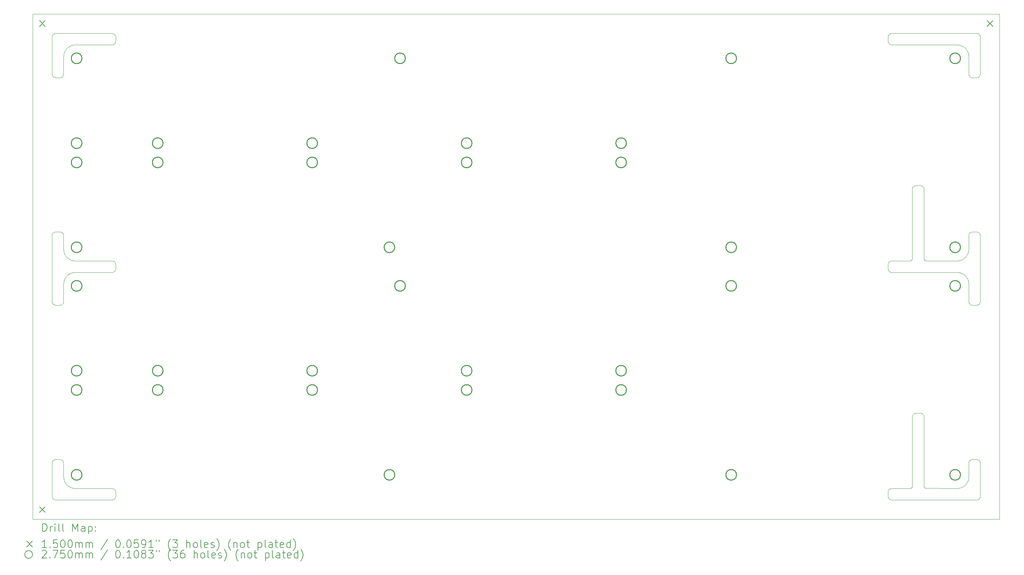
<source format=gbr>
%TF.GenerationSoftware,KiCad,Pcbnew,9.0.0+dfsg-1*%
%TF.CreationDate,2025-04-06T22:27:08+01:00*%
%TF.ProjectId,panel-16,70616e65-6c2d-4313-962e-6b696361645f,rev?*%
%TF.SameCoordinates,Original*%
%TF.FileFunction,Drillmap*%
%TF.FilePolarity,Positive*%
%FSLAX45Y45*%
G04 Gerber Fmt 4.5, Leading zero omitted, Abs format (unit mm)*
G04 Created by KiCad (PCBNEW 9.0.0+dfsg-1) date 2025-04-06 22:27:08*
%MOMM*%
%LPD*%
G01*
G04 APERTURE LIST*
%ADD10C,0.100000*%
%ADD11C,0.200000*%
%ADD12C,0.150000*%
%ADD13C,0.275000*%
G04 APERTURE END LIST*
D10*
X26585771Y-7694398D02*
X26588594Y-7690390D01*
X26793309Y-7652994D02*
X26798034Y-7654302D01*
X3144475Y-8188594D02*
X3145232Y-8191006D01*
X3271321Y-8353898D02*
X3273466Y-8355235D01*
X2892735Y-7657604D02*
X2897310Y-7655840D01*
X25417629Y-14268470D02*
X25417754Y-14268772D01*
X3248454Y-8762020D02*
X3246455Y-8763567D01*
X24480854Y-8619590D02*
X24480016Y-8614759D01*
X2831065Y-14500103D02*
X2831065Y-13649901D01*
X26843056Y-2532811D02*
X26846259Y-2536524D01*
X24498594Y-8659610D02*
X24495771Y-8655602D01*
X2860325Y-13579260D02*
X2863876Y-13575879D01*
X3140356Y-14073964D02*
X3140990Y-14076411D01*
X25144384Y-6469654D02*
X25148393Y-6466831D01*
X26497363Y-8294430D02*
X26505367Y-8284614D01*
X25090713Y-8383433D02*
X25091559Y-8382443D01*
X3111405Y-7690390D02*
X3114229Y-7694398D01*
X26342897Y-2809290D02*
X26330559Y-2806427D01*
X24559345Y-8698081D02*
X24554561Y-8697006D01*
X25102454Y-8360386D02*
X25102691Y-8359106D01*
X4477015Y-2580410D02*
X4477854Y-2585242D01*
X26426535Y-14255235D02*
X26428680Y-14253897D01*
X3140992Y-3023589D02*
X3140358Y-3026036D01*
X2888252Y-3640408D02*
X2883872Y-3638204D01*
X26269567Y-8700016D02*
X26268303Y-8700000D01*
X24559345Y-2501920D02*
X24564177Y-2501081D01*
X26839675Y-9520740D02*
X26836124Y-9524121D01*
X26601746Y-3624121D02*
X26598195Y-3620740D01*
X4446124Y-14325879D02*
X4449675Y-14329260D01*
X26555524Y-3011406D02*
X26554768Y-3008995D01*
X3168176Y-2955533D02*
X3162312Y-2966759D01*
X3134748Y-14046675D02*
X3136982Y-14059143D01*
X3258665Y-2854522D02*
X3248456Y-2862018D01*
X26630605Y-9542396D02*
X26626122Y-9540409D01*
X2901965Y-7654302D02*
X2906691Y-7652994D01*
X3399462Y-8398301D02*
X3401977Y-8398557D01*
X25318590Y-6450120D02*
X25323480Y-6450481D01*
X25066518Y-14298281D02*
X25067453Y-14297997D01*
X26861330Y-13611670D02*
X26863095Y-13616245D01*
X4474633Y-14370901D02*
X4475941Y-14375626D01*
X25108294Y-12420883D02*
X25109833Y-12416228D01*
X2860325Y-3620740D02*
X2856944Y-3617189D01*
X4467139Y-14547197D02*
X4464722Y-14551463D01*
X2911475Y-7651919D02*
X2916307Y-7651081D01*
X25457086Y-8399157D02*
X25457735Y-8399243D01*
X26605459Y-13572676D02*
X26609325Y-13569659D01*
X26863095Y-7716245D02*
X26864633Y-7720900D01*
X26868454Y-2590108D02*
X26868815Y-2594998D01*
X4456259Y-8436524D02*
X4459275Y-8440390D01*
X3134749Y-8953327D02*
X3134367Y-8955826D01*
X25452586Y-14298323D02*
X25453541Y-14298533D01*
X26568935Y-13999367D02*
X26568935Y-13649901D01*
X4388827Y-2500481D02*
X4393693Y-2501081D01*
X26580731Y-3597192D02*
X26578526Y-3592813D01*
X26565252Y-8953325D02*
X26563017Y-8940857D01*
X24554561Y-2502994D02*
X24559345Y-2501920D01*
X26568919Y-8100632D02*
X26568935Y-8099368D01*
X4398525Y-8401920D02*
X4403309Y-8402994D01*
X24578836Y-8400005D02*
X25052268Y-8400005D01*
X2867589Y-7672676D02*
X2871455Y-7669659D01*
X3121474Y-7707187D02*
X3123461Y-7711670D01*
X25074803Y-8395257D02*
X25075393Y-8394976D01*
X4459275Y-8659612D02*
X4456259Y-8663478D01*
X26865941Y-14524378D02*
X26864633Y-14529104D01*
X24559345Y-14301924D02*
X24564177Y-14301086D01*
X25415939Y-8363520D02*
X25416848Y-8366318D01*
X26505367Y-2915386D02*
X26497363Y-2905570D01*
X25089813Y-8384382D02*
X25090710Y-8383437D01*
X24486539Y-8461675D02*
X24488526Y-8457192D01*
X24573933Y-14300125D02*
X24578836Y-14300004D01*
X2926063Y-14599884D02*
X2921173Y-14599523D01*
X26505367Y-8815386D02*
X26497363Y-8805570D01*
X26852099Y-13594398D02*
X26854722Y-13598541D01*
X4467139Y-8452808D02*
X4469344Y-8457187D01*
X4434536Y-2516836D02*
X4438545Y-2519660D01*
X4459275Y-14559615D02*
X4456259Y-14563480D01*
X2863876Y-13575879D02*
X2867589Y-13572676D01*
X26374303Y-8380856D02*
X26386065Y-8376157D01*
X3212780Y-8794251D02*
X3204289Y-8803649D01*
X2853741Y-9513476D02*
X2850724Y-9509610D01*
X2842861Y-9497193D02*
X2840656Y-9492813D01*
X24478935Y-2599901D02*
X24479055Y-2594998D01*
X26846259Y-14563480D02*
X26843056Y-14567193D01*
X26820394Y-13564213D02*
X26824536Y-13566836D01*
X3194633Y-8284614D02*
X3202637Y-8294431D01*
X26630605Y-3642395D02*
X26626122Y-3640408D01*
X24501611Y-8436529D02*
X24504814Y-8432816D01*
X24578836Y-2500000D02*
X26769034Y-2500000D01*
X26852099Y-7694398D02*
X26854722Y-7698541D01*
X2842861Y-14547197D02*
X2840656Y-14542817D01*
X26863095Y-9483755D02*
X26861330Y-9488330D01*
X24498594Y-2540390D02*
X24501611Y-2536524D01*
X3386895Y-8396701D02*
X3399460Y-8398301D01*
X24578836Y-2800000D02*
X24573933Y-2799880D01*
X25184400Y-12351919D02*
X25189231Y-12351081D01*
X2867589Y-2522676D02*
X2871455Y-2519660D01*
X4379034Y-8400000D02*
X4383937Y-8400121D01*
X2840656Y-14542817D02*
X2838669Y-14538335D01*
X3150210Y-2994635D02*
X3149332Y-2997005D01*
X3069397Y-3642395D02*
X3064822Y-3644160D01*
X3036069Y-3649880D02*
X3031165Y-3650000D01*
X26769034Y-14600005D02*
X24578836Y-14600005D01*
X26798034Y-13554302D02*
X26802690Y-13555840D01*
X25457418Y-14299166D02*
X25458709Y-14299336D01*
X25417755Y-14268775D02*
X25418817Y-14271161D01*
X26371930Y-14281734D02*
X26374301Y-14280857D01*
X26852099Y-9505601D02*
X26849275Y-9509610D01*
X3155907Y-8219458D02*
X3161195Y-8230968D01*
X3193084Y-2917390D02*
X3185588Y-2927599D01*
X25118208Y-12398528D02*
X25120831Y-12394387D01*
X26580731Y-13602807D02*
X26583148Y-13598541D01*
X26783693Y-13551081D02*
X26788524Y-13551919D01*
X3131067Y-9450099D02*
X3130946Y-9455002D01*
X25113586Y-12407172D02*
X25115791Y-12402794D01*
X24508195Y-14329265D02*
X24511746Y-14325883D01*
X26820394Y-9535787D02*
X26816127Y-9538204D01*
X25415253Y-8360995D02*
X25415406Y-8361631D01*
X3417139Y-8399647D02*
X3430434Y-8399984D01*
X4467139Y-2552807D02*
X4469344Y-2557187D01*
X26639835Y-9545698D02*
X26635180Y-9544160D01*
X3129145Y-7730410D02*
X3129984Y-7735242D01*
X25073911Y-8395662D02*
X25074801Y-8395258D01*
X26451548Y-14237981D02*
X26453547Y-14236434D01*
X24569043Y-8699519D02*
X24564177Y-8698919D01*
X4442411Y-14322676D02*
X4446124Y-14325879D01*
X3286598Y-14262891D02*
X3297825Y-14268755D01*
X26578526Y-13607187D02*
X26580731Y-13602807D01*
X25360776Y-6461793D02*
X25365042Y-6464209D01*
X26345349Y-8390075D02*
X26357526Y-8386590D01*
X24536122Y-8690409D02*
X24531742Y-8688204D01*
X26857139Y-3597192D02*
X26854722Y-3601459D01*
X26282863Y-8700353D02*
X26269568Y-8700016D01*
X3082526Y-3635787D02*
X3078259Y-3638204D01*
X4462099Y-8655603D02*
X4459275Y-8659612D01*
X26300542Y-14298301D02*
X26313107Y-14296700D01*
X4469344Y-2557187D02*
X4471331Y-2561670D01*
X24511746Y-8425884D02*
X24515459Y-8422681D01*
X26569416Y-7740108D02*
X26570016Y-7735242D01*
X26569055Y-3555002D02*
X26568935Y-3550099D01*
X3325701Y-8380857D02*
X3328071Y-8381735D01*
X25356397Y-12359589D02*
X25360776Y-12361793D01*
X24554561Y-14597011D02*
X24549835Y-14595703D01*
X25100805Y-14266375D02*
X25101113Y-14265447D01*
X25103580Y-14248697D02*
X25103987Y-12449879D01*
X25133255Y-12379252D02*
X25136806Y-12375872D01*
X3131081Y-8100633D02*
X3131418Y-8113928D01*
X3045825Y-9548919D02*
X3040959Y-9549519D01*
X26487220Y-2894248D02*
X26485479Y-2892416D01*
X3090675Y-7669660D02*
X3094541Y-7672676D01*
X2842861Y-7702807D02*
X2845278Y-7698541D01*
X26598195Y-13579260D02*
X26601746Y-13575879D01*
X3225315Y-8781715D02*
X3223483Y-8783457D01*
X26854722Y-14551463D02*
X26852099Y-14555606D01*
X25083732Y-14289835D02*
X25086019Y-14287983D01*
X3098255Y-9524121D02*
X3094543Y-9527324D01*
X25090713Y-14283433D02*
X25091559Y-14282443D01*
X3300098Y-8730132D02*
X3297828Y-8731245D01*
X26538804Y-8869031D02*
X26537691Y-8866761D01*
X26609325Y-7669659D02*
X26613333Y-7666836D01*
X3128071Y-7725626D02*
X3129145Y-7730410D01*
X3431700Y-8400000D02*
X4379034Y-8400000D01*
X4478935Y-8499901D02*
X4478935Y-8600101D01*
X3130945Y-7744998D02*
X3131065Y-7749901D01*
X24480016Y-8485246D02*
X24480854Y-8480415D01*
X25136806Y-12375872D02*
X25140519Y-12372670D01*
X3050655Y-7651919D02*
X3055439Y-7652994D01*
X26328077Y-2805917D02*
X26315610Y-2803683D01*
X25422016Y-8376868D02*
X25422554Y-8377684D01*
X3168176Y-8855533D02*
X3162312Y-8866759D01*
X25103374Y-14253919D02*
X25103511Y-14251301D01*
X26282866Y-14299647D02*
X26285390Y-14299519D01*
X26864633Y-9479099D02*
X26863095Y-9483755D01*
X26598195Y-9520740D02*
X26594814Y-9517189D01*
X3342474Y-8713412D02*
X3340062Y-8714169D01*
X26506916Y-8817387D02*
X26505369Y-8815388D01*
X3078259Y-9538204D02*
X3073879Y-9540409D01*
X25070256Y-14297086D02*
X25071484Y-14296651D01*
X24504814Y-2532811D02*
X24508195Y-2529260D01*
X3169404Y-8246683D02*
X3175829Y-8257598D01*
X24559345Y-2798080D02*
X24554561Y-2797006D01*
X26832411Y-13572676D02*
X26836124Y-13575879D01*
X26798034Y-3645698D02*
X26793309Y-3647006D01*
X3108389Y-13586524D02*
X3111405Y-13590390D01*
X25365042Y-6464209D02*
X25369185Y-6466832D01*
X4475941Y-2724376D02*
X4474633Y-2729101D01*
X24495771Y-14555606D02*
X24493148Y-14551463D01*
X3225316Y-8318288D02*
X3234714Y-8326779D01*
X24495771Y-14344403D02*
X24498594Y-14340394D01*
X25079963Y-14292426D02*
X25080800Y-14291920D01*
X26824536Y-2516836D02*
X26828545Y-2519660D01*
X4417265Y-2507604D02*
X4421748Y-2509591D01*
X26839675Y-3620740D02*
X26836124Y-3624121D01*
X3130584Y-13640108D02*
X3130945Y-13644998D01*
X4464722Y-8448541D02*
X4467139Y-8452808D01*
X25369185Y-6466832D02*
X25373193Y-6469655D01*
X4456259Y-8663478D02*
X4453056Y-8667191D01*
X25072694Y-14296150D02*
X25075084Y-14295085D01*
X4421748Y-2790410D02*
X4417265Y-2792397D01*
X3371922Y-8705920D02*
X3369446Y-8706428D01*
X25156801Y-6461793D02*
X25161180Y-6459589D01*
X25390906Y-12386516D02*
X25393923Y-12390381D01*
X3162311Y-2966761D02*
X3161198Y-2969031D01*
X2850724Y-7690390D02*
X2853741Y-7686524D01*
X26563017Y-8159142D02*
X26565252Y-8146675D01*
X26769034Y-7650000D02*
X26773937Y-7650120D01*
X2838669Y-3588330D02*
X2836905Y-3583755D01*
X26816127Y-9538204D02*
X26811748Y-9540409D01*
X3273467Y-2844766D02*
X3271322Y-2846103D01*
X26549792Y-8205366D02*
X26550669Y-8202995D01*
X3125225Y-7716245D02*
X3126763Y-7720901D01*
X3149332Y-2997007D02*
X3145235Y-3008992D01*
X2911475Y-13551919D02*
X2916307Y-13551081D01*
X26567492Y-3070910D02*
X26567236Y-3068395D01*
X2832146Y-3564758D02*
X2831546Y-3559892D01*
X26453549Y-8336432D02*
X26463365Y-8328428D01*
X3225315Y-2881715D02*
X3223483Y-2883457D01*
X25170237Y-6455838D02*
X25174892Y-6454300D01*
X2892735Y-2507604D02*
X2897310Y-2505840D01*
X2875463Y-7666836D02*
X2879606Y-7664213D01*
X26867015Y-3569589D02*
X26865941Y-3574374D01*
X25318590Y-12350120D02*
X25323480Y-12350481D01*
X26415615Y-8738337D02*
X26413405Y-8737111D01*
X26626122Y-7659591D02*
X26630605Y-7657604D01*
X26836124Y-3624121D02*
X26832411Y-3627324D01*
X26453547Y-2863566D02*
X26451548Y-2862019D01*
X26802690Y-14594165D02*
X26798034Y-14595703D01*
X4417265Y-2792397D02*
X4412690Y-2794162D01*
X3162311Y-8866761D02*
X3161198Y-8869031D01*
X25429553Y-8385878D02*
X25430498Y-8386775D01*
X24490731Y-2747193D02*
X24488526Y-2742813D01*
X24486539Y-14361674D02*
X24488526Y-14357192D01*
X4473095Y-14533760D02*
X4471331Y-14538335D01*
X3258666Y-14245481D02*
X3260741Y-14246925D01*
X3194633Y-2915389D02*
X3193086Y-2917388D01*
X4471331Y-2561670D02*
X4473095Y-2566245D01*
X24515459Y-8677324D02*
X24511746Y-8674121D01*
X25384322Y-6479253D02*
X25387703Y-6482804D01*
X24569043Y-2799519D02*
X24564177Y-2798919D01*
X3284386Y-8361663D02*
X3286596Y-8362890D01*
X2831546Y-14509896D02*
X2831185Y-14505006D01*
X26868815Y-13644998D02*
X26868935Y-13649901D01*
X26371930Y-8381734D02*
X26374301Y-8380857D01*
X3193084Y-8817390D02*
X3185588Y-8827599D01*
X26342899Y-8390709D02*
X26345346Y-8390075D01*
X26854722Y-9501459D02*
X26852099Y-9505601D01*
X26550669Y-2997005D02*
X26549792Y-2994634D01*
X3236636Y-14228429D02*
X3246452Y-14236433D01*
X2832984Y-3569589D02*
X2832146Y-3564758D01*
X24488526Y-8457192D02*
X24490731Y-8452812D01*
X25120831Y-12394387D02*
X25123655Y-12390379D01*
X26570016Y-13635242D02*
X26570854Y-13630410D01*
X24488526Y-8642813D02*
X24486539Y-8638330D01*
X26857139Y-9497193D02*
X26854722Y-9501459D01*
X26574775Y-7716245D02*
X26576539Y-7711670D01*
X3248455Y-8337983D02*
X3258664Y-8345480D01*
X2901965Y-14595703D02*
X2897310Y-14594165D01*
X25096865Y-8374989D02*
X25097348Y-8374140D01*
X3126763Y-7720901D02*
X3128071Y-7725626D01*
X26559010Y-3023586D02*
X26555525Y-3011409D01*
X3140990Y-14076414D02*
X3144475Y-14088591D01*
X3223482Y-14216544D02*
X3225314Y-14218286D01*
X24540605Y-14307609D02*
X24545180Y-14305844D01*
X4388827Y-8400481D02*
X4393693Y-8401082D01*
X26859343Y-3592813D02*
X26857139Y-3597192D01*
X26514416Y-14172399D02*
X26515860Y-14170325D01*
X3260743Y-8346927D02*
X3271319Y-8353897D01*
X25085036Y-8388843D02*
X25085791Y-8388223D01*
X25104109Y-12444976D02*
X25104470Y-12440087D01*
X26313107Y-2803299D02*
X26300542Y-2801699D01*
X4474633Y-14529104D02*
X4473095Y-14533760D01*
X26594814Y-13582811D02*
X26598195Y-13579260D01*
X26374301Y-8719143D02*
X26371930Y-8718265D01*
X3132764Y-8131607D02*
X3134364Y-8144172D01*
X24478935Y-14399906D02*
X24479055Y-14395003D01*
X3194633Y-8815389D02*
X3193086Y-8817388D01*
X26867015Y-13630410D02*
X26867854Y-13635242D01*
X2916307Y-7651081D02*
X2921173Y-7650481D01*
X24488526Y-2742813D02*
X24486539Y-2738330D01*
X2916307Y-14598923D02*
X2911475Y-14598085D01*
X25415654Y-14262583D02*
X25415938Y-14263518D01*
X26861330Y-14538335D02*
X26859343Y-14542817D01*
X3430434Y-2800018D02*
X3417139Y-2800355D01*
X26605459Y-9527324D02*
X26601746Y-9524121D01*
X25456118Y-8399010D02*
X25457084Y-8399157D01*
X3126765Y-3579099D02*
X3125227Y-3583755D01*
X27367708Y-2000000D02*
X2332292Y-2000000D01*
X25085792Y-8388222D02*
X25086290Y-8387797D01*
X24519325Y-8680341D02*
X24515459Y-8677324D01*
X24531742Y-8411801D02*
X24536122Y-8409596D01*
X24511746Y-14325883D02*
X24515459Y-14322681D01*
X3260742Y-8753076D02*
X3258668Y-8754520D01*
X3105188Y-9517189D02*
X3101807Y-9520740D01*
X4475941Y-2575626D02*
X4477015Y-2580410D01*
X25405979Y-6511657D02*
X25407744Y-6516231D01*
X3069397Y-9542396D02*
X3064822Y-9544160D01*
X26568935Y-7749901D02*
X26569055Y-7744998D01*
X3131067Y-3550099D02*
X3130946Y-3555002D01*
X25096865Y-14274989D02*
X25097348Y-14274140D01*
X26554767Y-8908992D02*
X26550670Y-8897007D01*
X4398525Y-14598085D02*
X4393693Y-14598923D01*
X25413106Y-12440090D02*
X25413468Y-12444980D01*
X26854722Y-3601459D02*
X26852099Y-3605601D01*
X3340061Y-8385833D02*
X3342473Y-8386590D01*
X24508195Y-2529260D02*
X24511746Y-2525879D01*
X26836124Y-14574125D02*
X26832411Y-14577328D01*
X24564177Y-14301086D02*
X24569043Y-14300486D01*
X26811748Y-14590413D02*
X26807265Y-14592400D01*
X26668836Y-9550000D02*
X26663933Y-9549880D01*
X4478815Y-14505006D02*
X4478454Y-14509896D01*
X26839675Y-13579260D02*
X26843056Y-13582811D01*
X4449675Y-14329260D02*
X4453056Y-14332811D01*
X3134748Y-8146675D02*
X3136982Y-8159143D01*
X26828545Y-14580345D02*
X26824536Y-14583168D01*
X26788524Y-2501920D02*
X26793309Y-2502994D01*
X3128071Y-13625626D02*
X3129145Y-13630410D01*
X3108390Y-3613476D02*
X3105188Y-3617189D01*
X26659043Y-3649519D02*
X26654177Y-3648919D01*
X3162310Y-8233242D02*
X3168175Y-8244468D01*
X2831546Y-7740108D02*
X2832146Y-7735242D01*
X26428680Y-2846102D02*
X26426535Y-2844765D01*
X26617476Y-9535787D02*
X26613333Y-9533164D01*
X26487220Y-8794248D02*
X26485479Y-8792416D01*
X26555524Y-8911407D02*
X26554768Y-8908995D01*
X24523333Y-8416841D02*
X24527476Y-8414218D01*
X26463365Y-2871572D02*
X26453549Y-2863568D01*
X3145233Y-8191008D02*
X3149330Y-8202993D01*
X26555525Y-14088591D02*
X26559010Y-14076414D01*
X26816127Y-7661796D02*
X26820394Y-7664213D01*
X3031165Y-3650000D02*
X2930966Y-3650000D01*
X24527476Y-8685787D02*
X24523333Y-8683164D01*
X26654177Y-13551081D02*
X26659043Y-13550481D01*
X25451000Y-8397923D02*
X25451952Y-8398145D01*
X2847901Y-13594398D02*
X2850724Y-13590390D01*
X24578836Y-8700000D02*
X24573933Y-8699880D01*
X26868935Y-2599901D02*
X26868935Y-3550099D01*
X2901965Y-9545698D02*
X2897310Y-9544160D01*
X3175831Y-8257600D02*
X3177168Y-8259745D01*
X4393693Y-8401082D02*
X4398525Y-8401920D01*
X24480016Y-2714759D02*
X24479416Y-2709892D01*
X24480854Y-14519594D02*
X24480016Y-14514763D01*
X3136983Y-8159145D02*
X3137492Y-8161621D01*
X25435642Y-8390809D02*
X25437836Y-8392233D01*
X3131067Y-9000633D02*
X3131067Y-9450099D01*
X3126765Y-9479099D02*
X3125227Y-9483755D01*
X4398525Y-14301920D02*
X4403309Y-14302994D01*
X2863876Y-3624121D02*
X2860325Y-3620740D01*
X2831065Y-2599901D02*
X2831185Y-2594998D01*
X26868935Y-3550099D02*
X26868815Y-3555002D01*
X25060099Y-8399525D02*
X25062683Y-8399116D01*
X26537690Y-2966759D02*
X26531825Y-2955532D01*
X4456259Y-2536524D02*
X4459275Y-2540390D01*
X3223482Y-8316544D02*
X3225314Y-8318286D01*
X24501611Y-2536524D02*
X24504814Y-2532811D01*
X26788524Y-7651919D02*
X26793309Y-7652994D01*
X26863095Y-2566245D02*
X26864633Y-2570901D01*
X26807265Y-3642395D02*
X26802690Y-3644160D01*
X25123655Y-6490379D02*
X25126672Y-6486514D01*
X26601746Y-13575879D02*
X26605459Y-13572676D01*
X26345346Y-8709925D02*
X26342899Y-8709291D01*
X3078259Y-3638204D02*
X3073879Y-3640408D01*
X25098114Y-14272690D02*
X25098529Y-14271805D01*
X3128073Y-9474374D02*
X3126765Y-9479099D01*
X25442433Y-8394729D02*
X25443609Y-8395290D01*
X26788524Y-3648080D02*
X26783693Y-3648919D01*
X25448492Y-8397180D02*
X25449423Y-8397476D01*
X2331065Y-15098780D02*
X2331092Y-15099880D01*
X26832411Y-14577328D02*
X26828545Y-14580345D01*
X25109833Y-12416228D02*
X25111598Y-12411654D01*
X24554561Y-2797006D02*
X24549835Y-2795698D01*
X26588594Y-9509610D02*
X26585771Y-9505601D01*
X25451948Y-14298170D02*
X25452584Y-14298323D01*
X25446031Y-14296293D02*
X25447258Y-14296727D01*
X24531742Y-2511796D02*
X24536122Y-2509591D01*
X4412690Y-2505840D02*
X4417265Y-2507604D01*
X26574775Y-13616245D02*
X26576539Y-13611670D01*
X25174892Y-12354300D02*
X25179617Y-12352993D01*
X3168176Y-8244470D02*
X3169403Y-8246681D01*
X4478815Y-2705004D02*
X4478454Y-2709894D01*
X25435642Y-14290809D02*
X25438111Y-14292411D01*
X26285390Y-8700481D02*
X26282866Y-8700353D01*
X25108294Y-6520883D02*
X25109833Y-6516228D01*
X26573237Y-3579099D02*
X26571929Y-3574374D01*
X3212780Y-2894251D02*
X3204289Y-2903649D01*
X3154909Y-8217133D02*
X3155906Y-8219456D01*
X26828545Y-13569659D02*
X26832411Y-13572676D01*
X26330556Y-8706427D02*
X26328080Y-8705918D01*
X4464722Y-8651461D02*
X4462099Y-8655603D01*
X26585771Y-13594398D02*
X26588594Y-13590390D01*
X4426128Y-14588208D02*
X4421748Y-14590413D01*
X3137492Y-14061624D02*
X3140355Y-14073962D01*
X26617476Y-7664213D02*
X26621742Y-7661796D01*
X26626122Y-3640408D02*
X26621742Y-3638204D01*
X2911475Y-2501920D02*
X2916307Y-2501081D01*
X26530597Y-8246680D02*
X26531824Y-8244470D01*
X25407744Y-12416231D02*
X25409283Y-12420886D01*
X26820394Y-2514213D02*
X26824536Y-2516836D01*
X3369445Y-8393574D02*
X3371922Y-8394082D01*
X25465233Y-8399645D02*
X26268290Y-8400000D01*
X24483237Y-8470905D02*
X24484775Y-8466249D01*
X26621742Y-9538204D02*
X26617476Y-9535787D01*
X24490731Y-2552807D02*
X24493148Y-2548541D01*
X4474633Y-2570901D02*
X4475941Y-2575626D01*
X2831546Y-2590108D02*
X2832146Y-2585242D01*
X26568582Y-8113928D02*
X26568919Y-8100633D01*
X26567492Y-8129087D02*
X26568454Y-8116458D01*
X3371924Y-14294083D02*
X3384391Y-14296317D01*
X3130586Y-9459892D02*
X3129985Y-9464758D01*
X26626122Y-13559591D02*
X26630605Y-13557604D01*
X24536122Y-14590413D02*
X24531742Y-14588208D01*
X2906691Y-3647006D02*
X2901965Y-3645698D01*
X26474685Y-8781713D02*
X26465287Y-8773222D01*
X4383937Y-2799881D02*
X4379034Y-2800002D01*
X26544094Y-14119455D02*
X26545091Y-14117133D01*
X3234716Y-8326780D02*
X3236634Y-8328427D01*
X3131546Y-8116458D02*
X3132508Y-8129087D01*
X26868935Y-9450099D02*
X26868815Y-9455002D01*
X25086291Y-8387795D02*
X25087022Y-8387146D01*
X25401787Y-12402796D02*
X25403992Y-12407175D01*
X3130586Y-3559892D02*
X3129985Y-3564758D01*
X3090677Y-3630340D02*
X3086668Y-3633164D01*
X26485479Y-14207584D02*
X26487220Y-14205752D01*
X4462099Y-8444399D02*
X4464722Y-8448541D01*
X2840656Y-7707187D02*
X2842861Y-7702807D01*
X25390906Y-6486516D02*
X25393923Y-6490381D01*
X26654177Y-7651081D02*
X26659043Y-7650481D01*
X2834059Y-2575626D02*
X2835367Y-2570901D01*
X25104109Y-6544976D02*
X25104470Y-6540087D01*
X26330559Y-14293573D02*
X26342897Y-14290709D01*
X2921173Y-7650481D02*
X2926063Y-7650120D01*
X4478454Y-8490108D02*
X4478815Y-8494998D01*
X26811748Y-7659591D02*
X26816127Y-7661796D01*
X2853741Y-3613476D02*
X2850724Y-3609610D01*
X4421748Y-8690410D02*
X4417265Y-8692397D01*
X3040957Y-13550481D02*
X3045823Y-13551081D01*
X3069395Y-13557604D02*
X3073878Y-13559591D01*
X2906691Y-9547006D02*
X2901965Y-9545698D01*
X26859343Y-9492813D02*
X26857139Y-9497193D01*
X24495771Y-8655602D02*
X24493148Y-8651459D01*
X4421748Y-14590413D02*
X4417265Y-14592400D01*
X3169404Y-8853320D02*
X3168178Y-8855530D01*
X26868454Y-9459892D02*
X26867854Y-9464758D01*
X26485479Y-8307584D02*
X26487220Y-8305752D01*
X24478935Y-14500103D02*
X24478935Y-14399906D01*
X3036069Y-9549880D02*
X3031165Y-9550000D01*
X25410591Y-12425611D02*
X25411666Y-12430394D01*
X25184400Y-6451919D02*
X25189231Y-6451081D01*
X25333176Y-6451919D02*
X25337960Y-6452993D01*
X26506917Y-8282611D02*
X26514414Y-8272401D01*
X26864633Y-7720900D02*
X26865941Y-7725626D01*
X3114230Y-9505601D02*
X3111407Y-9509610D01*
X3311609Y-8724843D02*
X3300100Y-8730131D01*
X3101807Y-3620740D02*
X3098255Y-3624121D01*
X4393693Y-14301081D02*
X4398525Y-14301920D01*
X2879606Y-2514213D02*
X2883872Y-2511796D01*
X2930966Y-7650000D02*
X3031164Y-7650000D01*
X25099860Y-8368814D02*
X25100240Y-8367914D01*
X4477015Y-14519594D02*
X4475941Y-14524378D01*
X2867589Y-13572676D02*
X2871455Y-13569659D01*
X26594814Y-7682811D02*
X26598195Y-7679260D01*
X26857139Y-14547197D02*
X26854722Y-14551463D01*
X26867854Y-2585242D02*
X26868454Y-2590108D01*
X24569043Y-8400486D02*
X24573933Y-8400125D01*
X26576539Y-7711670D02*
X26578526Y-7707187D01*
X24531742Y-8688204D02*
X24527476Y-8685787D01*
X26824536Y-3633164D02*
X26820394Y-3635787D01*
X26342899Y-14290709D02*
X26345346Y-14290075D01*
X3144477Y-8911409D02*
X3140992Y-8923586D01*
X2888252Y-14590413D02*
X2883872Y-14588208D01*
X26578526Y-7707187D02*
X26580731Y-7702807D01*
X26854722Y-7698541D02*
X26857139Y-7702807D01*
X27368908Y-15099880D02*
X27368935Y-15098780D01*
X4467139Y-8647194D02*
X4464722Y-8651461D01*
X24578836Y-14600005D02*
X24573933Y-14599884D01*
X3131081Y-14000633D02*
X3131418Y-14013928D01*
X26554767Y-3008992D02*
X26550670Y-2997007D01*
X24481929Y-14375631D02*
X24483237Y-14370905D01*
X25098529Y-14271803D02*
X25099859Y-14268816D01*
X4464722Y-2751461D02*
X4462099Y-2755603D01*
X26836124Y-13575879D02*
X26839675Y-13579260D01*
X26465285Y-8773220D02*
X26463367Y-8771574D01*
X3098254Y-13575879D02*
X3101805Y-13579260D01*
X4473095Y-2733757D02*
X4471331Y-2738332D01*
X26571929Y-9474374D02*
X26570854Y-9469590D01*
X26342897Y-8709290D02*
X26330559Y-8706427D01*
X3175831Y-14157600D02*
X3177168Y-14159745D01*
X26328080Y-8394082D02*
X26330556Y-8393573D01*
X26778827Y-9549519D02*
X26773937Y-9549880D01*
X24540605Y-8692396D02*
X24536122Y-8690409D01*
X3234716Y-14226780D02*
X3236634Y-14228427D01*
X26613333Y-9533164D02*
X26609325Y-9530340D01*
X3401977Y-8701445D02*
X3399462Y-8701701D01*
X26485477Y-8792414D02*
X26476521Y-8783458D01*
X3214524Y-8307586D02*
X3223480Y-8316543D01*
X25103272Y-8355220D02*
X25103374Y-8353922D01*
X2845278Y-3601459D02*
X2842861Y-3597192D01*
X24549835Y-2795698D02*
X24545180Y-2794160D01*
X26828545Y-2519660D02*
X26832411Y-2522676D01*
X24498594Y-2759610D02*
X24495771Y-2755602D01*
X25084253Y-8389435D02*
X25085032Y-8388845D01*
X3055439Y-13552994D02*
X3060164Y-13554302D01*
X26269567Y-2800016D02*
X26268303Y-2800000D01*
X24479055Y-2594998D02*
X24479416Y-2590108D01*
X25387703Y-12382804D02*
X25390906Y-12386516D01*
X4473095Y-2566245D02*
X4474633Y-2570901D01*
X3260742Y-2853076D02*
X3258668Y-2854520D01*
X25413106Y-6540090D02*
X25413468Y-6544980D01*
X25434567Y-8390070D02*
X25435640Y-8390807D01*
X3297826Y-8731246D02*
X3286599Y-8737111D01*
X25102149Y-14261658D02*
X25102453Y-14260391D01*
X3140357Y-3026038D02*
X3137494Y-3038376D01*
X2853741Y-2536524D02*
X2856944Y-2532811D01*
X4475941Y-14524378D02*
X4474633Y-14529104D01*
X25062685Y-8399116D02*
X25063966Y-8398878D01*
X25077130Y-8394062D02*
X25079678Y-8392590D01*
X26570854Y-7730410D02*
X26571929Y-7725626D01*
X26269579Y-14299984D02*
X26282863Y-14299647D01*
X25103511Y-14251299D02*
X25103580Y-14248699D01*
X3271320Y-8746105D02*
X3260744Y-8753075D01*
X4477015Y-2719591D02*
X4475941Y-2724376D01*
X24527476Y-14314217D02*
X24531742Y-14311801D01*
X3116852Y-7698541D02*
X3119269Y-7702807D01*
X4412690Y-14305840D02*
X4417265Y-14307605D01*
X25097663Y-8373561D02*
X25098112Y-8372694D01*
X2897310Y-3644160D02*
X2892735Y-3642395D01*
X3123461Y-13611670D02*
X3125225Y-13616245D01*
X25387703Y-6482804D02*
X25390906Y-6486516D01*
X2901965Y-13554302D02*
X2906691Y-13552994D01*
X25426803Y-14283080D02*
X25427700Y-14284025D01*
X24483237Y-14529104D02*
X24481929Y-14524378D01*
X3130945Y-13644998D02*
X3131065Y-13649901D01*
X26591611Y-3613476D02*
X26588594Y-3609610D01*
X3101805Y-13579260D02*
X3105186Y-13582811D01*
X25203888Y-6450000D02*
X25313688Y-6450000D01*
X26867015Y-7730410D02*
X26867854Y-7735242D01*
X3040959Y-3649519D02*
X3036069Y-3649880D01*
X26524170Y-2942400D02*
X26522832Y-2940255D01*
X2331190Y-15099977D02*
X2332290Y-15100004D01*
X26816127Y-13561796D02*
X26820394Y-13564213D01*
X26568454Y-8116455D02*
X26568582Y-8113931D01*
X2901965Y-2504302D02*
X2906691Y-2502994D01*
X2845278Y-14551463D02*
X2842861Y-14547197D01*
X24540605Y-2792396D02*
X24536122Y-2790409D01*
X26268302Y-2800000D02*
X24578836Y-2800000D01*
X26769034Y-3650000D02*
X26668836Y-3650000D01*
X26313107Y-8703299D02*
X26300542Y-8701699D01*
X2901965Y-3645698D02*
X2897310Y-3644160D01*
X4412690Y-2794162D02*
X4408034Y-2795700D01*
X24531742Y-14311801D02*
X24536122Y-14309596D01*
X26867854Y-7735242D02*
X26868454Y-7740108D01*
X4434536Y-2783166D02*
X4430394Y-2785789D01*
X3311611Y-14275160D02*
X3313934Y-14276157D01*
X24479055Y-14395003D02*
X24479416Y-14390113D01*
X26330559Y-8393573D02*
X26342897Y-8390710D01*
X26505369Y-14184612D02*
X26506916Y-14182613D01*
X25054889Y-14299936D02*
X25057499Y-14299799D01*
X26359943Y-8385832D02*
X26371928Y-8381735D01*
X27368810Y-2000027D02*
X27367710Y-2000000D01*
X3131418Y-8113931D02*
X3131546Y-8116455D01*
X25054889Y-8399936D02*
X25057499Y-8399799D01*
X25407744Y-6516231D02*
X25409283Y-6520886D01*
X24501611Y-14336529D02*
X24504814Y-14332816D01*
X3140990Y-8176414D02*
X3144475Y-8188591D01*
X3082524Y-7664213D02*
X3086667Y-7666836D01*
X25152535Y-12364209D02*
X25156801Y-12361793D01*
X26538805Y-8230967D02*
X26544093Y-8219458D01*
X26570854Y-13630410D02*
X26571929Y-13625626D01*
X4477854Y-14385242D02*
X4478454Y-14390108D01*
X26487222Y-14205750D02*
X26495713Y-14196352D01*
X3169404Y-2953320D02*
X3168178Y-2955530D01*
X3225316Y-14218288D02*
X3234714Y-14226779D01*
X2888252Y-13559591D02*
X2892735Y-13557604D01*
X4412690Y-8694162D02*
X4408034Y-8695700D01*
X26861330Y-7711670D02*
X26863095Y-7716245D01*
X26402176Y-8368755D02*
X26413403Y-8362890D01*
X3284385Y-8738340D02*
X3273470Y-8744765D01*
X24481929Y-14524378D02*
X24480854Y-14519594D01*
X2853741Y-14563480D02*
X2850724Y-14559615D01*
X26413403Y-8737109D02*
X26402176Y-8731245D01*
X4477854Y-8485242D02*
X4478454Y-8490108D01*
X25454509Y-14298706D02*
X25457415Y-14299166D01*
X2835367Y-3579099D02*
X2834059Y-3574374D01*
X25450054Y-8397663D02*
X25450996Y-8397922D01*
X26588594Y-7690390D02*
X26591611Y-7686524D01*
X25082959Y-14290436D02*
X25083731Y-14289836D01*
X2930966Y-2500000D02*
X4379034Y-2500000D01*
X4453056Y-8432811D02*
X4456259Y-8436524D01*
X3399460Y-8701701D02*
X3386895Y-8703301D01*
X3417136Y-8700355D02*
X3414612Y-8700483D01*
X3149331Y-8202996D02*
X3150208Y-8205366D01*
X26569055Y-13644998D02*
X26569416Y-13640108D01*
X4467139Y-2747194D02*
X4464722Y-2751461D01*
X26451546Y-2862017D02*
X26441336Y-2854521D01*
X26783693Y-2501081D02*
X26788524Y-2501920D01*
X3145234Y-8908995D02*
X3144477Y-8911407D01*
X25420036Y-8373478D02*
X25421508Y-8376027D01*
X24508195Y-14570744D02*
X24504814Y-14567193D01*
X25203888Y-12350000D02*
X25313688Y-12350000D01*
X3131065Y-13649901D02*
X3131065Y-13999366D01*
X4383937Y-2500120D02*
X4388827Y-2500481D01*
X26585771Y-3605601D02*
X26583148Y-3601459D01*
X3155907Y-14119458D02*
X3161195Y-14130968D01*
X25093209Y-14280406D02*
X25094001Y-14279372D01*
X26559644Y-8173962D02*
X26562508Y-8161624D01*
X24519325Y-2780341D02*
X24515459Y-2777324D01*
X2871455Y-9530340D02*
X2867589Y-9527324D01*
X26573237Y-13620900D02*
X26574775Y-13616245D01*
X26550670Y-14102993D02*
X26554767Y-14091008D01*
X26769034Y-13550000D02*
X26773937Y-13550120D01*
X2838669Y-2561670D02*
X2840656Y-2557187D01*
X4383937Y-14599884D02*
X4379034Y-14600005D01*
X2834059Y-3574374D02*
X2832984Y-3569589D01*
X3114229Y-13594398D02*
X3116852Y-13598541D01*
X26863095Y-3583755D02*
X26861330Y-3588330D01*
X25415939Y-14263520D02*
X25416949Y-14266630D01*
X26621742Y-13561796D02*
X26626122Y-13559591D01*
X3340059Y-2814169D02*
X3328074Y-2818266D01*
X2842861Y-2552807D02*
X2845278Y-2548541D01*
X3050656Y-3648080D02*
X3045825Y-3648919D01*
X26832411Y-3627324D02*
X26828545Y-3630340D01*
X24498594Y-14340394D02*
X24501611Y-14336529D01*
X26773937Y-3649880D02*
X26769034Y-3650000D01*
X25416950Y-14266632D02*
X25417270Y-14267555D01*
X3131083Y-3099368D02*
X3131067Y-3100632D01*
X26605459Y-7672676D02*
X26609325Y-7669659D01*
X24480854Y-14380415D02*
X24481929Y-14375631D01*
X25328346Y-6451081D02*
X25333176Y-6451919D01*
X24504814Y-8432816D02*
X24508195Y-8429265D01*
X24573933Y-8699880D02*
X24569043Y-8699519D01*
X3055439Y-7652994D02*
X3060164Y-7654302D01*
X2835367Y-13620900D02*
X2836905Y-13616245D01*
X3136984Y-3040857D02*
X3134750Y-3053325D01*
X3064820Y-13555840D02*
X3069395Y-13557604D01*
X25179617Y-12352993D02*
X25184400Y-12351919D01*
X4403309Y-2797008D02*
X4398525Y-2798082D01*
X25179617Y-6452993D02*
X25184400Y-6451919D01*
X2847901Y-9505601D02*
X2845278Y-9501459D01*
X3140992Y-8923589D02*
X3140358Y-8926036D01*
X25422927Y-14278227D02*
X25423496Y-14279021D01*
X25425954Y-8382086D02*
X25426800Y-8383077D01*
X4473095Y-8466245D02*
X4474633Y-8470901D01*
X26549792Y-14105366D02*
X26550669Y-14102995D01*
X24523333Y-14583168D02*
X24519325Y-14580345D01*
X3417136Y-2800355D02*
X3414612Y-2800483D01*
X2863876Y-7675879D02*
X2867589Y-7672676D01*
X25071488Y-14296649D02*
X25072692Y-14296151D01*
X26578526Y-9492813D02*
X26576539Y-9488330D01*
X24554561Y-8697006D02*
X24549835Y-8695698D01*
X2883872Y-7661796D02*
X2888252Y-7659591D01*
X4421748Y-2509591D02*
X4426128Y-2511796D01*
X3125225Y-13616245D02*
X3126763Y-13620901D01*
X3125227Y-9483755D02*
X3123462Y-9488330D01*
X24554561Y-14302998D02*
X24559345Y-14301924D01*
X26811748Y-3640408D02*
X26807265Y-3642395D01*
X25414136Y-14253567D02*
X25414238Y-14254865D01*
X25427701Y-14284027D02*
X25429551Y-14285877D01*
X3060166Y-3645698D02*
X3055440Y-3647006D01*
X24527476Y-2785787D02*
X24523333Y-2783164D01*
X2845278Y-13598541D02*
X2847901Y-13594398D01*
X26298025Y-8398557D02*
X26300540Y-8398301D01*
X24559345Y-8401924D02*
X24564177Y-8401086D01*
X26439258Y-8753074D02*
X26428682Y-8746104D01*
X25417286Y-8367553D02*
X25417784Y-8368757D01*
X2860325Y-9520740D02*
X2856944Y-9517189D01*
X3340061Y-14285833D02*
X3342473Y-14286590D01*
X26386068Y-8376156D02*
X26388390Y-8375159D01*
X4478454Y-2590108D02*
X4478815Y-2594998D01*
X3129984Y-13635242D02*
X3130584Y-13640108D01*
X4438545Y-8680342D02*
X4434536Y-8683166D01*
X4388827Y-14300481D02*
X4393693Y-14301081D01*
X26783693Y-14598923D02*
X26778827Y-14599523D01*
X25418960Y-14271460D02*
X25419398Y-14272334D01*
X26300540Y-8701699D02*
X26298025Y-8701443D01*
X25101115Y-14265444D02*
X25101386Y-14264505D01*
X3193084Y-14182613D02*
X3194632Y-14184612D01*
X2921173Y-13550481D02*
X2926063Y-13550120D01*
X3260743Y-14246927D02*
X3271319Y-14253897D01*
X25424100Y-14279797D02*
X25425952Y-14282084D01*
X2926063Y-7650120D02*
X2930966Y-7650000D01*
X25455155Y-8398825D02*
X25456114Y-8399010D01*
X26562508Y-3038376D02*
X26559644Y-3026038D01*
X2871455Y-13569659D02*
X2875463Y-13566836D01*
X2834059Y-7725626D02*
X2835367Y-7720900D01*
X26861330Y-3588330D02*
X26859343Y-3592813D01*
X24486539Y-14538335D02*
X24484775Y-14533760D01*
X3149332Y-8897007D02*
X3145235Y-8908993D01*
X25447261Y-14296728D02*
X25450060Y-14297638D01*
X3328074Y-8381736D02*
X3340059Y-8385832D01*
X26609325Y-13569659D02*
X26613333Y-13566836D01*
X26569055Y-9455002D02*
X26568935Y-9450099D01*
X25449425Y-8397476D02*
X25450052Y-8397662D01*
X3399462Y-14298301D02*
X3401977Y-14298557D01*
X3271320Y-2846105D02*
X3260744Y-2853075D01*
X25414136Y-8353567D02*
X25414238Y-8354865D01*
X25433529Y-8389274D02*
X25434562Y-8390066D01*
X25422927Y-8378227D02*
X25423496Y-8379021D01*
X3177169Y-8840256D02*
X3175832Y-8842401D01*
X4464722Y-2548541D02*
X4467139Y-2552807D01*
X2834059Y-14524378D02*
X2832984Y-14519594D01*
X26573237Y-9479099D02*
X26571929Y-9474374D01*
X4421748Y-14309592D02*
X4426128Y-14311796D01*
X3371924Y-8394083D02*
X3384391Y-8396317D01*
X4474633Y-2729101D02*
X4473095Y-2733757D01*
X26609325Y-9530340D02*
X26605459Y-9527324D01*
X26798034Y-9545698D02*
X26793309Y-9547006D01*
X25409283Y-12420886D02*
X25410591Y-12425611D01*
X3175831Y-8842403D02*
X3169406Y-8853318D01*
X2840656Y-9492813D02*
X2838669Y-9488330D01*
X24486539Y-2738330D02*
X24484775Y-2733755D01*
X26568919Y-3099367D02*
X26568582Y-3086072D01*
X25437838Y-8392235D02*
X25438949Y-8392915D01*
X24536122Y-2509591D02*
X24540605Y-2507604D01*
X24486539Y-2561670D02*
X24488526Y-2557187D01*
X26386068Y-14276156D02*
X26388390Y-14275159D01*
X24493148Y-2548541D02*
X24495771Y-2544399D01*
X3040957Y-7650481D02*
X3045823Y-7651081D01*
X4449675Y-2529260D02*
X4453056Y-2532811D01*
X4477015Y-8480411D02*
X4477854Y-8485242D01*
X26601746Y-7675879D02*
X26605459Y-7672676D01*
X26639835Y-13554302D02*
X26644561Y-13552994D01*
X26601746Y-9524121D02*
X26598195Y-9520740D01*
X25100242Y-14267910D02*
X25100586Y-14266995D01*
X24564177Y-8401086D02*
X24569043Y-8400486D01*
X24554561Y-8402998D02*
X24559345Y-8401924D01*
X3313934Y-8723845D02*
X3311611Y-8724842D01*
X26868454Y-13640108D02*
X26868815Y-13644998D01*
X3313936Y-14276158D02*
X3325698Y-14280856D01*
X4430394Y-2785789D02*
X4426128Y-2788206D01*
X2831185Y-9455002D02*
X2831065Y-9450099D01*
X2863876Y-9524121D02*
X2860325Y-9520740D01*
X24495771Y-8444403D02*
X24498594Y-8440394D01*
X24483237Y-14370905D02*
X24484775Y-14366249D01*
X26843056Y-14567193D02*
X26839675Y-14570744D01*
X2911475Y-14598085D02*
X2906691Y-14597011D01*
X26635180Y-13555840D02*
X26639835Y-13554302D01*
X25103101Y-8356517D02*
X25103271Y-8355226D01*
X26849275Y-7690390D02*
X26852099Y-7694398D01*
X4459275Y-8440390D02*
X4462099Y-8444399D01*
X24490731Y-8647193D02*
X24488526Y-8642813D01*
X25103511Y-8351299D02*
X25103580Y-8348699D01*
X25415406Y-14261633D02*
X25415653Y-14262579D01*
X26594814Y-9517189D02*
X26591611Y-9513476D01*
X3132508Y-8129090D02*
X3132764Y-8131605D01*
X25136806Y-6475872D02*
X25140519Y-6472670D01*
X4430394Y-8685789D02*
X4426128Y-8688206D01*
X26820394Y-7664213D02*
X26824536Y-7666836D01*
X26798034Y-14595703D02*
X26793309Y-14597011D01*
X26846259Y-3613476D02*
X26843056Y-3617189D01*
X3223481Y-2883459D02*
X3214525Y-2892415D01*
X4408034Y-8695700D02*
X4403309Y-8697008D01*
X24478935Y-8600099D02*
X24478935Y-8499906D01*
X2906691Y-7652994D02*
X2911475Y-7651919D01*
X3313934Y-2823845D02*
X3311611Y-2824842D01*
X26583148Y-3601459D02*
X26580731Y-3597192D01*
X26345349Y-14290075D02*
X26357526Y-14286590D01*
X26793309Y-14597011D02*
X26788524Y-14598085D01*
X26441336Y-8345479D02*
X26451546Y-8337982D01*
X26497361Y-8805568D02*
X26495715Y-8803650D01*
X24501611Y-14563480D02*
X24498594Y-14559615D01*
X24523333Y-8683164D02*
X24519325Y-8680341D01*
X26565252Y-14046673D02*
X26565635Y-14044174D01*
X26439260Y-8346925D02*
X26441334Y-8345481D01*
X3094541Y-13572676D02*
X3098254Y-13575879D01*
X25415406Y-8361633D02*
X25415653Y-8362579D01*
X4475941Y-8624376D02*
X4474633Y-8629101D01*
X4453056Y-8667191D02*
X4449675Y-8670742D01*
X26386065Y-8723843D02*
X26374303Y-8719144D01*
X24478935Y-2700099D02*
X24478935Y-2599901D01*
X25065240Y-8398572D02*
X25067766Y-8397895D01*
X25411666Y-12430394D02*
X25412505Y-12435225D01*
X26565635Y-3055826D02*
X26565252Y-3053327D01*
X26839675Y-2529260D02*
X26843056Y-2532811D01*
X26591611Y-13586524D02*
X26594814Y-13582811D01*
X3105186Y-13582811D02*
X3108389Y-13586524D01*
X3430435Y-14299984D02*
X3431699Y-14300000D01*
X25337960Y-12352993D02*
X25342685Y-12354301D01*
X26388393Y-8375158D02*
X26399902Y-8369870D01*
X3144477Y-3011409D02*
X3140992Y-3023586D01*
X25365042Y-12364209D02*
X25369185Y-12366832D01*
X26328080Y-14294082D02*
X26330556Y-14293573D01*
X3060164Y-7654302D02*
X3064820Y-7655840D01*
X26865941Y-9474374D02*
X26864633Y-9479099D01*
X25430502Y-14286778D02*
X25431492Y-14287624D01*
X25073002Y-8396031D02*
X25073907Y-8395663D01*
X2842861Y-3597192D02*
X2840656Y-3592813D01*
X25403992Y-6507175D02*
X25405979Y-6511657D01*
X26386065Y-2823843D02*
X26374303Y-2819144D01*
X25417785Y-8368759D02*
X25418849Y-8371149D01*
X26453549Y-14236432D02*
X26463365Y-14228428D01*
X26867015Y-9469590D02*
X26865941Y-9474374D01*
X3431699Y-8700002D02*
X3430435Y-8700018D01*
X4430394Y-14314213D02*
X4434536Y-14316836D01*
X4398525Y-2798082D02*
X4393693Y-2798921D01*
X26828545Y-3630340D02*
X26824536Y-3633164D01*
X4449675Y-14570744D02*
X4446124Y-14574125D01*
X25447569Y-8396846D02*
X25448488Y-8397179D01*
X4434536Y-8416836D02*
X4438545Y-8419660D01*
X25152535Y-6464209D02*
X25156801Y-6461793D01*
X26644561Y-13552994D02*
X26649345Y-13551919D01*
X3342475Y-8386591D02*
X3354653Y-8390075D01*
X26567492Y-8970910D02*
X26567236Y-8968395D01*
X3121475Y-3592813D02*
X3119271Y-3597192D01*
X25052271Y-8400005D02*
X25054887Y-8399936D01*
X24480854Y-2719590D02*
X24480016Y-2714759D01*
X3246453Y-8763569D02*
X3236637Y-8771573D01*
X2871455Y-2519660D02*
X2875463Y-2516836D01*
X26559644Y-14073962D02*
X26562508Y-14061624D01*
X26371928Y-2818265D02*
X26359943Y-2814168D01*
X26802690Y-3644160D02*
X26798034Y-3645698D01*
X26562508Y-14061621D02*
X26563017Y-14059145D01*
X24549835Y-2504302D02*
X24554561Y-2502994D01*
X4478935Y-2700101D02*
X4478815Y-2705004D01*
X26568935Y-3550099D02*
X26568935Y-3100633D01*
X25129874Y-6482802D02*
X25133255Y-6479252D01*
X25342685Y-12354301D02*
X25347340Y-12355838D01*
X25170237Y-12355838D02*
X25174892Y-12354300D01*
X26282863Y-2800353D02*
X26269568Y-2800016D01*
X3414611Y-14299519D02*
X3417136Y-14299647D01*
X4388827Y-2799521D02*
X4383937Y-2799881D01*
X25075395Y-8394975D02*
X25076269Y-8394537D01*
X2921173Y-9549519D02*
X2916307Y-9548919D01*
X3384392Y-2803685D02*
X3371924Y-2805919D01*
X4442411Y-8677326D02*
X4438545Y-8680342D01*
X3078258Y-7661796D02*
X3082524Y-7664213D01*
X2831065Y-13649901D02*
X2831185Y-13644998D01*
X24519325Y-2519660D02*
X24523333Y-2516836D01*
X26413405Y-14262889D02*
X26415615Y-14261662D01*
X25094004Y-8379368D02*
X25094742Y-8378295D01*
X25103272Y-14255220D02*
X25103374Y-14253922D01*
X2921173Y-3649519D02*
X2916307Y-3648919D01*
X25412505Y-6535225D02*
X25413106Y-6540090D01*
X26583148Y-9501459D02*
X26580731Y-9497193D01*
X26824536Y-7666836D02*
X26828545Y-7669659D01*
X25097349Y-14274138D02*
X25097662Y-14273563D01*
X3132510Y-3070913D02*
X3131548Y-3083542D01*
X4438545Y-8419660D02*
X4442411Y-8422676D01*
X25419873Y-14273195D02*
X25421508Y-14276027D01*
X26807265Y-2507604D02*
X26811748Y-2509591D01*
X25351915Y-6457603D02*
X25356397Y-6459589D01*
X4446124Y-14574125D02*
X4442411Y-14577328D01*
X26778827Y-14599523D02*
X26773937Y-14599884D01*
X3185586Y-8827601D02*
X3184142Y-8829676D01*
X26849275Y-2540390D02*
X26852099Y-2544399D01*
X3105186Y-7682811D02*
X3108389Y-7686524D01*
X26559010Y-8923586D02*
X26555525Y-8911409D01*
X24515459Y-14577328D02*
X24511746Y-14574125D01*
X26402174Y-8731244D02*
X26399904Y-8730131D01*
X25077413Y-14293898D02*
X25079962Y-14292427D01*
X26852099Y-14555606D02*
X26849275Y-14559615D01*
X26474687Y-8318285D02*
X26476519Y-8316544D01*
X3101807Y-9520740D02*
X3098255Y-9524121D01*
X26315610Y-14296317D02*
X26328077Y-14294082D01*
X26574775Y-3583755D02*
X26573237Y-3579099D01*
X3134365Y-8144174D02*
X3134748Y-8146673D01*
X26328077Y-8705918D02*
X26315610Y-8703683D01*
X26549791Y-8894632D02*
X26545092Y-8882870D01*
X25080803Y-14291918D02*
X25081619Y-14291381D01*
X25413930Y-14248341D02*
X25413999Y-14250947D01*
X26515861Y-14170323D02*
X26522831Y-14159747D01*
X26426532Y-2844764D02*
X26415617Y-2838339D01*
X3045823Y-7651081D02*
X3050655Y-7651919D01*
X24508195Y-8429265D02*
X24511746Y-8425884D01*
X25403992Y-12407175D02*
X25405979Y-12411657D01*
X3129985Y-9464758D02*
X3129147Y-9469590D01*
X24490731Y-14352812D02*
X24493148Y-14348546D01*
X25419414Y-8372331D02*
X25420035Y-8373476D01*
X24490731Y-14547197D02*
X24488526Y-14542817D01*
X26576539Y-9488330D02*
X26574775Y-9483755D01*
X25313688Y-6450000D02*
X25318590Y-6450120D01*
X25444822Y-14295792D02*
X25446026Y-14296291D01*
X25414870Y-14259073D02*
X25415042Y-14260035D01*
X2883872Y-9538204D02*
X2879606Y-9535787D01*
X3177169Y-14159747D02*
X3184139Y-14170323D01*
X25063971Y-8398877D02*
X25065237Y-8398573D01*
X3134749Y-3053327D02*
X3134367Y-3055826D01*
X26832411Y-7672676D02*
X26836124Y-7675879D01*
X26820394Y-3635787D02*
X26816127Y-3638204D01*
X24508195Y-8670740D02*
X24504814Y-8667189D01*
X4408034Y-14304302D02*
X4412690Y-14305840D01*
X26865941Y-3574374D02*
X26864633Y-3579099D01*
X26578526Y-3592813D02*
X26576539Y-3588330D01*
X3137492Y-8161624D02*
X3140355Y-8173962D01*
X26399902Y-8730130D02*
X26388393Y-8724842D01*
X25396746Y-6494389D02*
X25399370Y-6498530D01*
X3246453Y-2863569D02*
X3236637Y-2871573D01*
X26537691Y-8233239D02*
X26538804Y-8230969D01*
X2831185Y-3555002D02*
X2831065Y-3550099D01*
X26571929Y-13625626D02*
X26573237Y-13620900D01*
X3086667Y-7666836D02*
X3090675Y-7669660D01*
X25091561Y-8382441D02*
X25093207Y-8380408D01*
X3040959Y-9549519D02*
X3036069Y-9549880D01*
X25410591Y-6525611D02*
X25411666Y-6530394D01*
X24504814Y-2767189D02*
X24501611Y-2763476D01*
X2831185Y-7744998D02*
X2831546Y-7740108D01*
X3121475Y-9492813D02*
X3119271Y-9497193D01*
X3328072Y-8718267D02*
X3325701Y-8719145D01*
X25104470Y-12440087D02*
X25105072Y-12435221D01*
X25103987Y-6549879D02*
X25104109Y-6544976D01*
X26300540Y-2801699D02*
X26298025Y-2801443D01*
X25351915Y-12357603D02*
X25356397Y-12359589D01*
X25377059Y-6472671D02*
X25380771Y-6475873D01*
X25438945Y-14292930D02*
X25439795Y-14293413D01*
X3090677Y-9530340D02*
X3086668Y-9533164D01*
X3184141Y-14170325D02*
X3185585Y-14172400D01*
X3150209Y-8205368D02*
X3154908Y-8217131D01*
X25328346Y-12351081D02*
X25333176Y-12351919D01*
X24481929Y-2575626D02*
X24483237Y-2570901D01*
X3111407Y-3609610D02*
X3108390Y-3613476D01*
X26663933Y-3649880D02*
X26659043Y-3649519D01*
X4438545Y-14580345D02*
X4434536Y-14583168D01*
X26555525Y-8188591D02*
X26559010Y-8176414D01*
X3431700Y-14300000D02*
X4379034Y-14300000D01*
X26828545Y-9530340D02*
X26824536Y-9533164D01*
X24527476Y-14585792D02*
X24523333Y-14583168D01*
X2850724Y-9509610D02*
X2847901Y-9505601D01*
X2916307Y-13551081D02*
X2921173Y-13550481D01*
X25133255Y-6479252D02*
X25136806Y-6475872D01*
X2921173Y-2500481D02*
X2926063Y-2500120D01*
X26778827Y-3649519D02*
X26773937Y-3649880D01*
X3313936Y-8376158D02*
X3325698Y-8380856D01*
X3036067Y-13550120D02*
X3040957Y-13550481D01*
X2331092Y-2000124D02*
X2331065Y-2001225D01*
X3248455Y-14237983D02*
X3258664Y-14245480D01*
X3064820Y-7655840D02*
X3069395Y-7657604D01*
X4426128Y-8688206D02*
X4421748Y-8690410D01*
X4438545Y-14319660D02*
X4442411Y-14322676D01*
X26839675Y-7679260D02*
X26843056Y-7682811D01*
X26568935Y-9000632D02*
X26568919Y-8999368D01*
X26868935Y-7749901D02*
X26868935Y-9450099D01*
X26285393Y-8399519D02*
X26298022Y-8398557D01*
X2879606Y-7664213D02*
X2883872Y-7661796D01*
X3214523Y-8792417D02*
X3212782Y-8794249D01*
X3090675Y-13569660D02*
X3094541Y-13572676D01*
X26630605Y-13557604D02*
X26635180Y-13555840D01*
X4471331Y-8638332D02*
X4469344Y-8642815D01*
X3193084Y-8282613D02*
X3194632Y-8284612D01*
X3369443Y-2806429D02*
X3357105Y-2809292D01*
X24564177Y-14598923D02*
X24559345Y-14598085D01*
X25414239Y-14254870D02*
X25414409Y-14256161D01*
X3273469Y-8355237D02*
X3284384Y-8361662D01*
X26463367Y-14228426D02*
X26465285Y-14226780D01*
X26374301Y-2819143D02*
X26371930Y-2818265D01*
X26568935Y-8099367D02*
X26568935Y-7749901D01*
X26570016Y-7735242D02*
X26570854Y-7730410D01*
X25075086Y-14295084D02*
X25076262Y-14294524D01*
X3130946Y-9455002D02*
X3130586Y-9459892D01*
X3055440Y-9547006D02*
X3050656Y-9548080D01*
X3246454Y-8336434D02*
X3248453Y-8337982D01*
X4446124Y-2774123D02*
X4442411Y-2777326D01*
X26485477Y-2892414D02*
X26476521Y-2883458D01*
X3098255Y-3624121D02*
X3094543Y-3627324D01*
X2838669Y-14538335D02*
X2836905Y-14533760D01*
X25413468Y-6544980D02*
X25413589Y-6549882D01*
X3131420Y-8986072D02*
X3131083Y-8999367D01*
X24480016Y-2585242D02*
X24480854Y-2580410D01*
X26832411Y-9527324D02*
X26828545Y-9530340D01*
X26357526Y-2813410D02*
X26345349Y-2809925D01*
X26576539Y-3588330D02*
X26574775Y-3583755D01*
X26654177Y-3648919D02*
X26649345Y-3648080D01*
X26514414Y-2927598D02*
X26506917Y-2917389D01*
X2850724Y-3609610D02*
X2847901Y-3605601D01*
X3430434Y-8700018D02*
X3417139Y-8700355D01*
X3131083Y-8999368D02*
X3131067Y-9000632D01*
X3399460Y-2801701D02*
X3386895Y-2803301D01*
X26451546Y-8762017D02*
X26441336Y-8754521D01*
X4426128Y-2788206D02*
X4421748Y-2790410D01*
X25140519Y-6472670D02*
X25144384Y-6469654D01*
X26583148Y-13598541D02*
X26585771Y-13594398D01*
X24484775Y-14533760D02*
X24483237Y-14529104D01*
X26545092Y-14117130D02*
X26549791Y-14105368D01*
X26268302Y-8700000D02*
X24578836Y-8700000D01*
X26659043Y-7650481D02*
X26663933Y-7650120D01*
X3130584Y-7740108D02*
X3130945Y-7744998D01*
X3214523Y-2892417D02*
X3212782Y-2894249D01*
X26868935Y-13649901D02*
X26868935Y-14500103D01*
X3131067Y-3100633D02*
X3131067Y-3550099D01*
X25443614Y-8395292D02*
X25444817Y-8395790D01*
X2834059Y-13625626D02*
X2835367Y-13620900D01*
X4478815Y-8494998D02*
X4478935Y-8499901D01*
X2850724Y-2540390D02*
X2853741Y-2536524D01*
X26769034Y-2500000D02*
X26773937Y-2500120D01*
X25067769Y-8397894D02*
X25069018Y-8397524D01*
X25057502Y-8399799D02*
X25058800Y-8399696D01*
X26544093Y-8880542D02*
X26538805Y-8869033D01*
X26568935Y-3100632D02*
X26568919Y-3099368D01*
X24495771Y-2544399D02*
X24498594Y-2540390D01*
X25462641Y-8399577D02*
X25465230Y-8399645D01*
X25093209Y-8380406D02*
X25094001Y-8379372D01*
X26426532Y-8744764D02*
X26415617Y-8738339D01*
X2888252Y-9540409D02*
X2883872Y-9538204D01*
X3386893Y-2803301D02*
X3384394Y-2803684D01*
X26816127Y-2511796D02*
X26820394Y-2514213D01*
X4469344Y-14357187D02*
X4471331Y-14361670D01*
X26849275Y-9509610D02*
X26846259Y-9513476D01*
X3116854Y-3601459D02*
X3114230Y-3605601D01*
X26863095Y-14533760D02*
X26861330Y-14538335D01*
X26649345Y-7651919D02*
X26654177Y-7651081D01*
X26644561Y-9547006D02*
X26639835Y-9545698D01*
X3357103Y-2809293D02*
X3354656Y-2809926D01*
X26788524Y-13551919D02*
X26793309Y-13552994D01*
X24549835Y-14304306D02*
X24554561Y-14302998D01*
X3031164Y-7650000D02*
X3036067Y-7650120D01*
X26269579Y-8399984D02*
X26282863Y-8399647D01*
X4467139Y-14352808D02*
X4469344Y-14357187D01*
X4398525Y-2501920D02*
X4403309Y-2502994D01*
X2867589Y-3627324D02*
X2863876Y-3624121D01*
X24493148Y-14551463D02*
X24490731Y-14547197D01*
X24504814Y-14332816D02*
X24508195Y-14329265D01*
X3129147Y-3569589D02*
X3128073Y-3574374D01*
X3050656Y-9548080D02*
X3045825Y-9548919D01*
X24480016Y-8614759D02*
X24479416Y-8609892D01*
X3144475Y-14088594D02*
X3145232Y-14091006D01*
X4478935Y-14399901D02*
X4478935Y-14500103D01*
X26868815Y-3555002D02*
X26868454Y-3559892D01*
X26522832Y-8259745D02*
X26524170Y-8257600D01*
X25103580Y-8348697D02*
X25103987Y-6549879D01*
X4469344Y-14542817D02*
X4467139Y-14547197D01*
X25414409Y-8356164D02*
X25414870Y-8359071D01*
X26621742Y-7661796D02*
X26626122Y-7659591D01*
X4478815Y-14394998D02*
X4478935Y-14399901D01*
X3036067Y-7650120D02*
X3040957Y-7650481D01*
X25412505Y-12435225D02*
X25413106Y-12440090D01*
X26357528Y-8386589D02*
X26359940Y-8385833D01*
X3234715Y-8773223D02*
X3225317Y-8781714D01*
X24479416Y-14509896D02*
X24479055Y-14505006D01*
X26868454Y-7740108D02*
X26868815Y-7744998D01*
X26524170Y-8842400D02*
X26522832Y-8840255D01*
X3204287Y-2903651D02*
X3202641Y-2905569D01*
X2838669Y-13611670D02*
X2840656Y-13607187D01*
X25087962Y-14286233D02*
X25089812Y-14284384D01*
X26802690Y-7655840D02*
X26807265Y-7657604D01*
X3129985Y-3564758D02*
X3129147Y-3569589D01*
X4388827Y-14599523D02*
X4383937Y-14599884D01*
X3131418Y-14013931D02*
X3131546Y-14016455D01*
X3354653Y-8709927D02*
X3342476Y-8713411D01*
X26839675Y-14570744D02*
X26836124Y-14574125D01*
X3212780Y-14205753D02*
X3214522Y-14207585D01*
X2871455Y-7669659D02*
X2875463Y-7666836D01*
X26778827Y-2500481D02*
X26783693Y-2501081D01*
X24511746Y-2525879D02*
X24515459Y-2522676D01*
X3161197Y-8869033D02*
X3155909Y-8880542D01*
X26868454Y-3559892D02*
X26867854Y-3564758D01*
X4453056Y-2532811D02*
X4456259Y-2536524D01*
X26570854Y-9469590D02*
X26570016Y-9464758D01*
X26530597Y-14146680D02*
X26531824Y-14144470D01*
X3328072Y-2818267D02*
X3325701Y-2819145D01*
X24511746Y-2774121D02*
X24508195Y-2770740D01*
X25105911Y-6530391D02*
X25106986Y-6525608D01*
X25106986Y-12425608D02*
X25108294Y-12420883D01*
X4434536Y-14316836D02*
X4438545Y-14319660D01*
X3325699Y-8719146D02*
X3313937Y-8723844D01*
X2836905Y-13616245D02*
X2838669Y-13611670D01*
X25080795Y-8391906D02*
X25081869Y-8391168D01*
X26268292Y-14300000D02*
X26269578Y-14299984D01*
X25087025Y-8387143D02*
X25087729Y-8386466D01*
X26515860Y-8829675D02*
X26514416Y-8827600D01*
X24490731Y-8452812D02*
X24493148Y-8448546D01*
X26588594Y-3609610D02*
X26585771Y-3605601D01*
X4456259Y-14336524D02*
X4459275Y-14340390D01*
X3155907Y-8880545D02*
X3154911Y-8882868D01*
X26659043Y-13550481D02*
X26663933Y-13550120D01*
X3300099Y-14269871D02*
X3311608Y-14275159D01*
X26868815Y-7744998D02*
X26868935Y-7749901D01*
X3185586Y-2927601D02*
X3184142Y-2929676D01*
X3273467Y-8744766D02*
X3271322Y-8746104D01*
X26778827Y-13550481D02*
X26783693Y-13551081D01*
X26846259Y-13586524D02*
X26849275Y-13590390D01*
X26415617Y-14261661D02*
X26426532Y-14255236D01*
X3123462Y-3588330D02*
X3121475Y-3592813D01*
X24511746Y-14574125D02*
X24508195Y-14570744D01*
X25100805Y-8366375D02*
X25101113Y-8365447D01*
X26495715Y-14196350D02*
X26497361Y-14194432D01*
X24481929Y-8475631D02*
X24483237Y-8470905D01*
X26474685Y-2881713D02*
X26465287Y-2873222D01*
X4434536Y-8683166D02*
X4430394Y-8685789D01*
X26811748Y-13559591D02*
X26816127Y-13561796D01*
X3417139Y-14299647D02*
X3430434Y-14299984D01*
X26798034Y-7654302D02*
X26802690Y-7655840D01*
X26506916Y-2917387D02*
X26505369Y-2915388D01*
X4459275Y-14340390D02*
X4462099Y-14344399D01*
X26865941Y-7725626D02*
X26867015Y-7730410D01*
X25113586Y-6507172D02*
X25115791Y-6502794D01*
X26441334Y-2854519D02*
X26439260Y-2853075D01*
X26613333Y-7666836D02*
X26617476Y-7664213D01*
X26545091Y-8882867D02*
X26544094Y-8880544D01*
X26580731Y-9497193D02*
X26578526Y-9492813D01*
X26554768Y-14091005D02*
X26555524Y-14088593D01*
X3094541Y-7672676D02*
X3098254Y-7675879D01*
X2832146Y-9464758D02*
X2831546Y-9459892D01*
X3078258Y-13561796D02*
X3082524Y-13564213D01*
X26506917Y-14182611D02*
X26514414Y-14172401D01*
X2875463Y-14583168D02*
X2871455Y-14580345D01*
X26549791Y-2994632D02*
X26545092Y-2982870D01*
X3177169Y-8259747D02*
X3184139Y-8270323D01*
X26402176Y-14268755D02*
X26413403Y-14262890D01*
X3401979Y-8398557D02*
X3414609Y-8399519D01*
X4471331Y-14538335D02*
X4469344Y-14542817D01*
X2883872Y-2511796D02*
X2888252Y-2509591D01*
X2831546Y-9459892D02*
X2831185Y-9455002D01*
X2860325Y-7679260D02*
X2863876Y-7675879D01*
X3108389Y-7686524D02*
X3111405Y-7690390D01*
X26846259Y-7686524D02*
X26849275Y-7690390D01*
X3130946Y-3555002D02*
X3130586Y-3559892D01*
X2911475Y-3648080D02*
X2906691Y-3647006D01*
X26554768Y-8191005D02*
X26555524Y-8188593D01*
X26562508Y-8938376D02*
X26559644Y-8926038D01*
X26357528Y-14286589D02*
X26359940Y-14285833D01*
X25439797Y-14293414D02*
X25440372Y-14293727D01*
X24488526Y-14542817D02*
X24486539Y-14538335D01*
X4446124Y-2525879D02*
X4449675Y-2529260D01*
X26495713Y-8803648D02*
X26487222Y-8794250D01*
X26588594Y-13590390D02*
X26591611Y-13586524D01*
X26807265Y-14592400D02*
X26802690Y-14594165D01*
X26415617Y-8361661D02*
X26426532Y-8355236D01*
X25459689Y-8399422D02*
X25462639Y-8399577D01*
X25094004Y-14279368D02*
X25094742Y-14278295D01*
X25194097Y-6450481D02*
X25198986Y-6450120D01*
X26476519Y-8783456D02*
X26474687Y-8781715D01*
X3132510Y-8970913D02*
X3131548Y-8983542D01*
X24479055Y-14505006D02*
X24478935Y-14500103D01*
X25111598Y-6511654D02*
X25113586Y-6507172D01*
X3119269Y-13602807D02*
X3121474Y-13607187D01*
X24540605Y-14592400D02*
X24536122Y-14590413D01*
X4462099Y-2755603D02*
X4459275Y-2759612D01*
X24493148Y-14348546D02*
X24495771Y-14344403D01*
X3119269Y-7702807D02*
X3121474Y-7707187D01*
X4462099Y-14344399D02*
X4464722Y-14348541D01*
X25458712Y-8399352D02*
X25459687Y-8399422D01*
X26465285Y-2873220D02*
X26463367Y-2871574D01*
X26567236Y-8131605D02*
X26567492Y-8129090D01*
X26867015Y-2580410D02*
X26867854Y-2585242D01*
X3246454Y-14236434D02*
X3248453Y-14237982D01*
X2892735Y-13557604D02*
X2897310Y-13555840D01*
X4478935Y-2599901D02*
X4478935Y-2700101D01*
X26783693Y-7651081D02*
X26788524Y-7651919D01*
X25097349Y-8374138D02*
X25097662Y-8373563D01*
X2930966Y-13550000D02*
X3031164Y-13550000D01*
X24569043Y-2500481D02*
X24573933Y-2500120D01*
X3286597Y-2837112D02*
X3284387Y-2838338D01*
X26465287Y-14226778D02*
X26474685Y-14218287D01*
X24536122Y-8409596D02*
X24540605Y-8407609D01*
X25060099Y-14299525D02*
X25063006Y-14299065D01*
X25337960Y-6452993D02*
X25342685Y-6454301D01*
X25465233Y-14299645D02*
X26268290Y-14300000D01*
X3175831Y-2942403D02*
X3169406Y-2953318D01*
X26802690Y-9544160D02*
X26798034Y-9545698D01*
X4473095Y-14366245D02*
X4474633Y-14370901D01*
X4453056Y-14332811D02*
X4456259Y-14336524D01*
X25313688Y-12350000D02*
X25318590Y-12350120D01*
X24481929Y-2724374D02*
X24480854Y-2719590D01*
X3098254Y-7675879D02*
X3101805Y-7679260D01*
X26820394Y-14585792D02*
X26816127Y-14588208D01*
X24483237Y-8629100D02*
X24481929Y-8624374D01*
X25396746Y-12394389D02*
X25399370Y-12398530D01*
X4408034Y-2795700D02*
X4403309Y-2797008D01*
X4442411Y-2777326D02*
X4438545Y-2780342D01*
X3184141Y-2929678D02*
X3177171Y-2940253D01*
X3204287Y-8803651D02*
X3202641Y-8805569D01*
X26854722Y-2548541D02*
X26857139Y-2552807D01*
X25081871Y-8391166D02*
X25084252Y-8389436D01*
X3060164Y-13554302D02*
X3064820Y-13555840D01*
X25423499Y-8379024D02*
X25424099Y-8379796D01*
X3185586Y-8272402D02*
X3193083Y-8282611D01*
X26868815Y-9455002D02*
X26868454Y-9459892D01*
X25105072Y-6535221D02*
X25105911Y-6530391D01*
X25115791Y-6502794D02*
X25118208Y-6498528D01*
X24545180Y-14594165D02*
X24540605Y-14592400D01*
X4477015Y-8619591D02*
X4475941Y-8624376D01*
X3045823Y-13551081D02*
X3050655Y-13551919D01*
X26654177Y-9548919D02*
X26649345Y-9548080D01*
X25413999Y-14250949D02*
X25414136Y-14253564D01*
X2850724Y-14559615D02*
X2847901Y-14555606D01*
X24484775Y-14366249D02*
X24486539Y-14361674D01*
X25458714Y-14299337D02*
X25460013Y-14299439D01*
X2916307Y-2501081D02*
X2921173Y-2500481D01*
X2840656Y-2557187D02*
X2842861Y-2552807D01*
X4471331Y-8461670D02*
X4473095Y-8466245D01*
X2836905Y-2566245D02*
X2838669Y-2561670D01*
X2879606Y-14585792D02*
X2875463Y-14583168D01*
X4464722Y-14348541D02*
X4467139Y-14352808D01*
X26868454Y-14509896D02*
X26867854Y-14514763D01*
X24480854Y-8480415D02*
X24481929Y-8475631D01*
X26371928Y-8718265D02*
X26359943Y-8714168D01*
X4393693Y-8698921D02*
X4388827Y-8699521D01*
X26783693Y-9548919D02*
X26778827Y-9549519D01*
X2832146Y-7735242D02*
X2832984Y-7730410D01*
X3129147Y-9469590D02*
X3128073Y-9474374D01*
X3086668Y-9533164D02*
X3082526Y-9535787D01*
X26769034Y-9550000D02*
X26668836Y-9550000D01*
X26567236Y-14031605D02*
X26567492Y-14029090D01*
X25103101Y-14256517D02*
X25103271Y-14255226D01*
X3131065Y-13999368D02*
X3131081Y-14000632D01*
X2831546Y-13640108D02*
X2832146Y-13635242D01*
X26859343Y-2557187D02*
X26861330Y-2561670D01*
X3414611Y-8399519D02*
X3417136Y-8399647D01*
X26854722Y-13598541D02*
X26857139Y-13602807D01*
X4403309Y-8697008D02*
X4398525Y-8698082D01*
X25111598Y-12411654D02*
X25113586Y-12407172D01*
X26487222Y-8305750D02*
X26495713Y-8296352D01*
X2836905Y-9483755D02*
X2835367Y-9479099D01*
X2897310Y-2505840D02*
X2901965Y-2504302D01*
X26863095Y-13616245D02*
X26864633Y-13620900D01*
X3134365Y-14044174D02*
X3134748Y-14046673D01*
X2832146Y-14514763D02*
X2831546Y-14509896D01*
X25380771Y-12375873D02*
X25384322Y-12379253D01*
X2860325Y-14570744D02*
X2856944Y-14567193D01*
X3414609Y-2800483D02*
X3401980Y-2801445D01*
X3357105Y-14290710D02*
X3369443Y-14293573D01*
X2832146Y-13635242D02*
X2832984Y-13630410D01*
X26836124Y-7675879D02*
X26839675Y-7679260D01*
X2831185Y-14505006D02*
X2831065Y-14500103D01*
X26663933Y-13550120D02*
X26668836Y-13550000D01*
X26428682Y-14253896D02*
X26439258Y-14246926D01*
X26524171Y-14157597D02*
X26530596Y-14146682D01*
X26668836Y-7650000D02*
X26769034Y-7650000D01*
X26635180Y-9544160D02*
X26630605Y-9542396D01*
X26567236Y-3068393D02*
X26565635Y-3055828D01*
X2831065Y-7749901D02*
X2831185Y-7744998D01*
X26315608Y-8703683D02*
X26313109Y-8703300D01*
X2832146Y-2585242D02*
X2832984Y-2580410D01*
X26413403Y-2837109D02*
X26402176Y-2831245D01*
X3354653Y-2809927D02*
X3342476Y-2813411D01*
X26402174Y-2831244D02*
X26399904Y-2830131D01*
X4478454Y-2709894D02*
X4477854Y-2714760D01*
X26531824Y-8855530D02*
X26530597Y-8853320D01*
X26515861Y-8270323D02*
X26522831Y-8259747D01*
X25174892Y-6454300D02*
X25179617Y-6452993D01*
X26544093Y-2980542D02*
X26538805Y-2969033D01*
X3169404Y-14146683D02*
X3175829Y-14157598D01*
X26598195Y-7679260D02*
X26601746Y-7675879D01*
X26330556Y-2806427D02*
X26328080Y-2805918D01*
X26282866Y-8399647D02*
X26285390Y-8399519D01*
X26843056Y-13582811D02*
X26846259Y-13586524D01*
X3149331Y-14102996D02*
X3150208Y-14105366D01*
X26668836Y-13550000D02*
X26769034Y-13550000D01*
X3073879Y-9540409D02*
X3069397Y-9542396D01*
X3105188Y-3617189D02*
X3101807Y-3620740D01*
X3384392Y-8703685D02*
X3371924Y-8705919D01*
X4408034Y-2504302D02*
X4412690Y-2505840D01*
X26298022Y-8701443D02*
X26285393Y-8700481D01*
X3131420Y-3086072D02*
X3131083Y-3099367D01*
X26524171Y-8257597D02*
X26530596Y-8246682D01*
X26591611Y-7686524D02*
X26594814Y-7682811D01*
X4403309Y-8402994D02*
X4408034Y-8404302D01*
X3045825Y-3648919D02*
X3040959Y-3649519D01*
X3031165Y-9550000D02*
X2930966Y-9550000D01*
X4426128Y-14311796D02*
X4430394Y-14314213D01*
X26530596Y-8853318D02*
X26524171Y-8842403D01*
X25144384Y-12369654D02*
X25148393Y-12366831D01*
X26465287Y-8326778D02*
X26474685Y-8318287D01*
X25413930Y-8348341D02*
X25413999Y-8350947D01*
X25140519Y-12372670D02*
X25144384Y-12369654D01*
X2332290Y-2000000D02*
X2331190Y-2000027D01*
X24527476Y-2514213D02*
X24531742Y-2511796D01*
X26537690Y-8866759D02*
X26531825Y-8855532D01*
X26315610Y-8396317D02*
X26328077Y-8394082D01*
X25424100Y-8379797D02*
X25425952Y-8382084D01*
X24519325Y-8419664D02*
X24523333Y-8416841D01*
X25076272Y-8394535D02*
X25077128Y-8394063D01*
X3431699Y-2800002D02*
X3430435Y-2800018D01*
X4477854Y-14514763D02*
X4477015Y-14519594D01*
X2892735Y-3642395D02*
X2888252Y-3640408D01*
X26441334Y-8754519D02*
X26439260Y-8753075D01*
X25100586Y-8366994D02*
X25100805Y-8366377D01*
X2892735Y-9542396D02*
X2888252Y-9540409D01*
X25451954Y-8398145D02*
X25455153Y-8398825D01*
X4477854Y-2585242D02*
X4478454Y-2590108D01*
X4379034Y-14300000D02*
X4383937Y-14300120D01*
X24508195Y-2770740D02*
X24504814Y-2767189D01*
X4379034Y-14600005D02*
X2930966Y-14600005D01*
X26399902Y-2830130D02*
X26388393Y-2824841D01*
X25415043Y-14260039D02*
X25415253Y-14260993D01*
X3131065Y-8099368D02*
X3131081Y-8100632D01*
X4478454Y-8609894D02*
X4477854Y-8614760D01*
X4469344Y-8642815D02*
X4467139Y-8647194D01*
X2875463Y-2516836D02*
X2879606Y-2514213D01*
X25393923Y-12390381D02*
X25396746Y-12394389D01*
X25198986Y-6450120D02*
X25203888Y-6450000D01*
X4398525Y-8698082D02*
X4393693Y-8698921D01*
X2875463Y-9533164D02*
X2871455Y-9530340D01*
X25099860Y-14268814D02*
X25100240Y-14267914D01*
X25096347Y-14275823D02*
X25096863Y-14274993D01*
X26649345Y-3648080D02*
X26644561Y-3647006D01*
X3204287Y-14196352D02*
X3212778Y-14205751D01*
X26832411Y-2522676D02*
X26836124Y-2525879D01*
X26388393Y-14275158D02*
X26399902Y-14269870D01*
X25427701Y-8384027D02*
X25429551Y-8385877D01*
X26591611Y-9513476D02*
X26588594Y-9509610D01*
X4462099Y-2544399D02*
X4464722Y-2548541D01*
X2832984Y-7730410D02*
X2834059Y-7725626D01*
X26562508Y-8161621D02*
X26563017Y-8159145D01*
X26550669Y-8897005D02*
X26549792Y-8894634D01*
X26426535Y-8355235D02*
X26428680Y-8353897D01*
X3155907Y-2980545D02*
X3154911Y-2982868D01*
X2926063Y-9549880D02*
X2921173Y-9549519D01*
X26663933Y-9549880D02*
X26659043Y-9549519D01*
X24519325Y-14580345D02*
X24515459Y-14577328D01*
X4430394Y-8414213D02*
X4434536Y-8416836D01*
X25373193Y-12369655D02*
X25377059Y-12372671D01*
X26537691Y-14133239D02*
X26538804Y-14130969D01*
X25079681Y-8392589D02*
X25080791Y-8391909D01*
X26285393Y-14299519D02*
X26298022Y-14298557D01*
X24559345Y-14598085D02*
X24554561Y-14597011D01*
X26522831Y-2940253D02*
X26515861Y-2929677D01*
X24564177Y-8698919D02*
X24559345Y-8698081D01*
X3300098Y-2830132D02*
X3297828Y-2831245D01*
X3214524Y-14207586D02*
X3223480Y-14216543D01*
X25451001Y-14297923D02*
X25451946Y-14298170D01*
X3371922Y-2805920D02*
X3369446Y-2806428D01*
X3073878Y-7659591D02*
X3078258Y-7661796D01*
X24484775Y-2566245D02*
X24486539Y-2561670D01*
X3202639Y-8294432D02*
X3204286Y-8296350D01*
X25115791Y-12402794D02*
X25118208Y-12398528D01*
X2835367Y-7720900D02*
X2836905Y-7716245D01*
X25333176Y-12351919D02*
X25337960Y-12352993D01*
X25165662Y-12357602D02*
X25170237Y-12355838D01*
X25426803Y-8383080D02*
X25427700Y-8384025D01*
X25118208Y-6498528D02*
X25120831Y-6494387D01*
X3123462Y-9488330D02*
X3121475Y-9492813D01*
X25440373Y-14293728D02*
X25441241Y-14294177D01*
X26559010Y-8176411D02*
X26559644Y-8173964D01*
X2847901Y-14555606D02*
X2845278Y-14551463D01*
X4434536Y-14583168D02*
X4430394Y-14585792D01*
X25126672Y-6486514D02*
X25129874Y-6482802D01*
X2838669Y-7711670D02*
X2840656Y-7707187D01*
X3236635Y-2871574D02*
X3234717Y-2873221D01*
X4379034Y-2800002D02*
X3431700Y-2800002D01*
X26793309Y-3647006D02*
X26788524Y-3648080D01*
X4453056Y-2767191D02*
X4449675Y-2770742D01*
X25373193Y-6469655D02*
X25377059Y-6472671D01*
X26773937Y-9549880D02*
X26769034Y-9550000D01*
X3342475Y-14286591D02*
X3354653Y-14290075D01*
X3111407Y-9509610D02*
X3108390Y-9513476D01*
X26576539Y-13611670D02*
X26578526Y-13607187D01*
X26313109Y-14296700D02*
X26315608Y-14296317D01*
X26538804Y-2969031D02*
X26537691Y-2966761D01*
X4442411Y-2522676D02*
X4446124Y-2525879D01*
X4442411Y-14577328D02*
X4438545Y-14580345D01*
X3202639Y-8805571D02*
X3194635Y-8815387D01*
X24486539Y-8638330D02*
X24484775Y-8633755D01*
X2836905Y-3583755D02*
X2835367Y-3579099D01*
X26565252Y-3053325D02*
X26563017Y-3040857D01*
X26574775Y-9483755D02*
X26573237Y-9479099D01*
X2831065Y-3550099D02*
X2831065Y-2599901D01*
X26359943Y-14285832D02*
X26371928Y-14281735D01*
X26811748Y-9540409D02*
X26807265Y-9542396D01*
X3114229Y-7694398D02*
X3116852Y-7698541D01*
X4471331Y-14361670D02*
X4473095Y-14366245D01*
X3342474Y-2813412D02*
X3340062Y-2814168D01*
X3168176Y-14144470D02*
X3169403Y-14146681D01*
X26773937Y-14599884D02*
X26769034Y-14600005D01*
X3136983Y-14059145D02*
X3137492Y-14061621D01*
X3154909Y-14117133D02*
X3155906Y-14119456D01*
X26298022Y-2801443D02*
X26285393Y-2800481D01*
X3328074Y-14281736D02*
X3340059Y-14285832D01*
X2860325Y-2529260D02*
X2863876Y-2525879D01*
X25189231Y-12351081D02*
X25194097Y-12350481D01*
X25393923Y-6490381D02*
X25396746Y-6494389D01*
X4478935Y-14500103D02*
X4478815Y-14505006D01*
X26849275Y-13590390D02*
X26852099Y-13594398D01*
X25105911Y-12430391D02*
X25106986Y-12425608D01*
X24545180Y-8694160D02*
X24540605Y-8692396D01*
X3234715Y-2873223D02*
X3225317Y-2881714D01*
X3082524Y-13564213D02*
X3086667Y-13566836D01*
X26538805Y-14130967D02*
X26544093Y-14119458D01*
X26568935Y-13649901D02*
X26569055Y-13644998D01*
X26563017Y-3040855D02*
X26562508Y-3038379D01*
X24480016Y-14514763D02*
X24479416Y-14509896D01*
X25089813Y-14284382D02*
X25090710Y-14283437D01*
X24578836Y-14300004D02*
X25052268Y-14300005D01*
X26359940Y-8714167D02*
X26357528Y-8713410D01*
X3073879Y-3640408D02*
X3069397Y-3642395D01*
X4412690Y-14594165D02*
X4408034Y-14595703D01*
X26846259Y-9513476D02*
X26843056Y-9517189D01*
X25356397Y-6459589D02*
X25360776Y-6461793D01*
X2850724Y-13590390D02*
X2853741Y-13586524D01*
X2842861Y-13602807D02*
X2845278Y-13598541D01*
X26531825Y-14144468D02*
X26537690Y-14133241D01*
X26315608Y-2803682D02*
X26313109Y-2803300D01*
X26428680Y-8746102D02*
X26426535Y-8744765D01*
X3401979Y-14298557D02*
X3414609Y-14299519D01*
X26463367Y-8328426D02*
X26465285Y-8326780D01*
X26773937Y-13550120D02*
X26778827Y-13550481D01*
X26617476Y-3635787D02*
X26613333Y-3633164D01*
X3384394Y-14296318D02*
X3386893Y-14296700D01*
X24484775Y-2733755D02*
X24483237Y-2729100D01*
X2897310Y-14594165D02*
X2892735Y-14592400D01*
X3116852Y-13598541D02*
X3119269Y-13602807D01*
X2906691Y-2502994D02*
X2911475Y-2501920D01*
X3129145Y-13630410D02*
X3129984Y-13635242D01*
X2847901Y-2544399D02*
X2850724Y-2540390D01*
X25194097Y-12350481D02*
X25198986Y-12350120D01*
X4388827Y-8699521D02*
X4383937Y-8699882D01*
X26565252Y-8146673D02*
X26565635Y-8144174D01*
X24484775Y-8633755D02*
X24483237Y-8629100D01*
X24479055Y-8605002D02*
X24478935Y-8600099D01*
X3384394Y-8396318D02*
X3386893Y-8396700D01*
X26798034Y-2504302D02*
X26802690Y-2505840D01*
X26778827Y-7650481D02*
X26783693Y-7651081D01*
X25444819Y-8395791D02*
X25447567Y-8396846D01*
X24515459Y-2522676D02*
X24519325Y-2519660D01*
X25109833Y-6516228D02*
X25111598Y-6511654D01*
X4475941Y-14375626D02*
X4477015Y-14380411D01*
X25414239Y-8354870D02*
X25414409Y-8356161D01*
X2930966Y-9550000D02*
X2926063Y-9549880D01*
X25102149Y-8361658D02*
X25102453Y-8360391D01*
X2831185Y-13644998D02*
X2831546Y-13640108D01*
X3055440Y-3647006D02*
X3050656Y-3648080D01*
X24479416Y-8609892D02*
X24479055Y-8605002D01*
X25399370Y-12398530D02*
X25401787Y-12402796D01*
X3069395Y-7657604D02*
X3073878Y-7659591D01*
X25189231Y-6451081D02*
X25194097Y-6450481D01*
X4469344Y-2742815D02*
X4467139Y-2747194D01*
X3177169Y-2940256D02*
X3175832Y-2942401D01*
X25102692Y-8359103D02*
X25103101Y-8356519D01*
X3064822Y-9544160D02*
X3060166Y-9545698D01*
X3132766Y-8968395D02*
X3132510Y-8970910D01*
X25102692Y-14259103D02*
X25103101Y-14256519D01*
X25126672Y-12386514D02*
X25129874Y-12382802D01*
X26773937Y-2500120D02*
X26778827Y-2500481D01*
X25052271Y-14300005D02*
X25054887Y-14299936D01*
X4383937Y-8699882D02*
X4379034Y-8700002D01*
X25442131Y-14294594D02*
X25444820Y-14295791D01*
X25082162Y-14291008D02*
X25082956Y-14290439D01*
X26868935Y-14500103D02*
X26868815Y-14505006D01*
X3258665Y-8754522D02*
X3248456Y-8762018D01*
X26497361Y-2905568D02*
X26495715Y-2903650D01*
X25450062Y-14297638D02*
X25450997Y-14297922D01*
X2879606Y-13564213D02*
X2883872Y-13561796D01*
X24515459Y-2777324D02*
X24511746Y-2774121D01*
X24549835Y-14595703D02*
X24545180Y-14594165D01*
X3137494Y-3038379D02*
X3136985Y-3040855D01*
X4417265Y-8692397D02*
X4412690Y-8694162D01*
X25058805Y-8399696D02*
X25060096Y-8399526D01*
X26453547Y-8763566D02*
X26451548Y-8762019D01*
X3297827Y-14268756D02*
X3300097Y-14269870D01*
X26793309Y-13552994D02*
X26798034Y-13554302D01*
X2831546Y-3559892D02*
X2831185Y-3555002D01*
X26530596Y-2953318D02*
X26524171Y-2942402D01*
X25156801Y-12361793D02*
X25161180Y-12359589D01*
X26867854Y-14514763D02*
X26867015Y-14519594D01*
X3150209Y-14105368D02*
X3154908Y-14117131D01*
X27368935Y-2001225D02*
X27368908Y-2000124D01*
X3060166Y-9545698D02*
X3055440Y-9547006D01*
X24573933Y-2500120D02*
X24578836Y-2500000D01*
X24483237Y-2729100D02*
X24481929Y-2724374D01*
X26864633Y-14529104D02*
X26863095Y-14533760D01*
X4453056Y-14567193D02*
X4449675Y-14570744D01*
X25148393Y-12366831D02*
X25152535Y-12364209D01*
X3202639Y-14194432D02*
X3204286Y-14196350D01*
X3134366Y-8955828D02*
X3132766Y-8968393D01*
X3204287Y-8296352D02*
X3212778Y-8305751D01*
X25104470Y-6540087D02*
X25105072Y-6535221D01*
X26545091Y-2982867D02*
X26544094Y-2980544D01*
X26639835Y-3645698D02*
X26635180Y-3644160D01*
X3161196Y-14130970D02*
X3162309Y-14133239D01*
X26864633Y-2570901D02*
X26865941Y-2575626D01*
X25429553Y-14285878D02*
X25430498Y-14286775D01*
X24488526Y-14357192D02*
X24490731Y-14352812D01*
X26505369Y-8284612D02*
X26506916Y-8282613D01*
X25101387Y-14264503D02*
X25102148Y-14261660D01*
X26565635Y-8955826D02*
X26565252Y-8953327D01*
X3094543Y-3627324D02*
X3090677Y-3630340D01*
X24545180Y-2505840D02*
X24549835Y-2504302D01*
X26476521Y-8316542D02*
X26485477Y-8307586D01*
X2836905Y-7716245D02*
X2838669Y-7711670D01*
X26544094Y-8219455D02*
X26545091Y-8217133D01*
X26463365Y-8771572D02*
X26453549Y-8763568D01*
X26867854Y-9464758D02*
X26867015Y-9469590D01*
X25100586Y-14266994D02*
X25100805Y-14266377D01*
X2916307Y-3648919D02*
X2911475Y-3648080D01*
X25148393Y-6466831D02*
X25152535Y-6464209D01*
X4446124Y-8674123D02*
X4442411Y-8677326D01*
X2892735Y-14592400D02*
X2888252Y-14590413D01*
X24495771Y-2755602D02*
X24493148Y-2751459D01*
X4459275Y-2540390D02*
X4462099Y-2544399D01*
X25064930Y-14298682D02*
X25065566Y-14298529D01*
X26811748Y-2509591D02*
X26816127Y-2511796D01*
X26807265Y-7657604D02*
X26811748Y-7659591D01*
X24564177Y-2798919D02*
X24559345Y-2798080D01*
X26497363Y-14194430D02*
X26505367Y-14184614D01*
X27368935Y-15098777D02*
X27368935Y-2001227D01*
X3223481Y-8783459D02*
X3214525Y-8792415D01*
X4383937Y-14300120D02*
X4388827Y-14300481D01*
X24484775Y-8466249D02*
X24486539Y-8461675D01*
X3286597Y-8737112D02*
X3284387Y-8738339D01*
X25087015Y-14287132D02*
X25087960Y-14286235D01*
X25100242Y-8367910D02*
X25100586Y-8366995D01*
X2897310Y-7655840D02*
X2901965Y-7654302D01*
X26565635Y-14044172D02*
X26567236Y-14031607D01*
X24479416Y-2709892D02*
X24479055Y-2705002D01*
X24549835Y-8404306D02*
X24554561Y-8402998D01*
X26843056Y-9517189D02*
X26839675Y-9520740D01*
X3369445Y-14293573D02*
X3371922Y-14294082D01*
X26559644Y-8926036D02*
X26559010Y-8923589D01*
X25380771Y-6475873D02*
X25384322Y-6479253D01*
X3114230Y-3605601D02*
X3111407Y-3609610D01*
X24483237Y-2570901D02*
X24484775Y-2566245D01*
X26474687Y-14218285D02*
X26476519Y-14216544D01*
X25414409Y-14256164D02*
X25414870Y-14259071D01*
X3145233Y-14091008D02*
X3149330Y-14102993D01*
X3430435Y-8399984D02*
X3431699Y-8400000D01*
X26621742Y-3638204D02*
X26617476Y-3635787D01*
X24523333Y-2516836D02*
X24527476Y-2514213D01*
X24479416Y-14390113D02*
X24480016Y-14385246D01*
X4462099Y-14555606D02*
X4459275Y-14559615D01*
X3325701Y-14280857D02*
X3328071Y-14281735D01*
X24504814Y-8667189D02*
X24501611Y-8663476D01*
X3414609Y-8700483D02*
X3401980Y-8701445D01*
X2883872Y-13561796D02*
X2888252Y-13559591D01*
X26569416Y-13640108D02*
X26570016Y-13635242D01*
X3129984Y-7735242D02*
X3130584Y-7740108D01*
X26567492Y-14029087D02*
X26568454Y-14016458D01*
X2888252Y-2509591D02*
X2892735Y-2507604D01*
X3086668Y-3633164D02*
X3082526Y-3635787D01*
X4459275Y-2759612D02*
X4456259Y-2763478D01*
X3236636Y-8328429D02*
X3246452Y-8336433D01*
X2888252Y-7659591D02*
X2892735Y-7657604D01*
X2867589Y-9527324D02*
X2863876Y-9524121D01*
X26626122Y-9540409D02*
X26621742Y-9538204D01*
X26583148Y-7698541D02*
X26585771Y-7694398D01*
X2853741Y-7686524D02*
X2856944Y-7682811D01*
X4403309Y-14302994D02*
X4408034Y-14304302D01*
X25438112Y-14292412D02*
X25438942Y-14292928D01*
X4478454Y-14509896D02*
X4477854Y-14514763D01*
X3300099Y-8369871D02*
X3311608Y-8375159D01*
X26388390Y-2824840D02*
X26386068Y-2823844D01*
X25440100Y-8393540D02*
X25442431Y-8394728D01*
X3132764Y-14031607D02*
X3134364Y-14044172D01*
X3340059Y-8714169D02*
X3328074Y-8718266D01*
X25347340Y-6455838D02*
X25351915Y-6457603D01*
X3154910Y-8882870D02*
X3150211Y-8894632D01*
X26857139Y-7702807D02*
X26859343Y-7707187D01*
X26313109Y-8396700D02*
X26315608Y-8396317D01*
X4383937Y-8400121D02*
X4388827Y-8400481D01*
X25323480Y-12350481D02*
X25328346Y-12351081D01*
X26816127Y-3638204D02*
X26811748Y-3640408D01*
X3119271Y-9497193D02*
X3116854Y-9501459D01*
X26514414Y-8827598D02*
X26506917Y-8817389D01*
X26570854Y-3569589D02*
X26570016Y-3564758D01*
X2845278Y-2548541D02*
X2847901Y-2544399D01*
X26388390Y-8724841D02*
X26386068Y-8723844D01*
X26568454Y-8983542D02*
X26567492Y-8970913D01*
X24545180Y-8405844D02*
X24549835Y-8404306D01*
X3126763Y-13620901D02*
X3128071Y-13625626D01*
X26545092Y-8217130D02*
X26549791Y-8205368D01*
X26635180Y-7655840D02*
X26639835Y-7654302D01*
X2847901Y-3605601D02*
X2845278Y-3601459D01*
X3140357Y-8926038D02*
X3137494Y-8938377D01*
X24531742Y-14588208D02*
X24527476Y-14585792D01*
X4474633Y-8629101D02*
X4473095Y-8633757D01*
X2834059Y-9474374D02*
X2832984Y-9469590D01*
X26867854Y-3564758D02*
X26867015Y-3569589D01*
X26345346Y-2809925D02*
X26342899Y-2809291D01*
X25069023Y-8397523D02*
X25070250Y-8397088D01*
X26451548Y-8337981D02*
X26453547Y-8336434D01*
X25070253Y-8397087D02*
X25073000Y-8396032D01*
X3248454Y-2862020D02*
X3246455Y-2863567D01*
X26568919Y-14000632D02*
X26568935Y-13999368D01*
X2897310Y-9544160D02*
X2892735Y-9542396D01*
X2838669Y-9488330D02*
X2836905Y-9483755D01*
X3132766Y-3068395D02*
X3132510Y-3070910D01*
X25438953Y-8392918D02*
X25440098Y-8393539D01*
X25101387Y-8364503D02*
X25102148Y-8361660D01*
X2835367Y-14529104D02*
X2834059Y-14524378D01*
X26357526Y-8713410D02*
X26345349Y-8709925D01*
X26550670Y-8202993D02*
X26554767Y-8191008D01*
X25415253Y-14260995D02*
X25415406Y-14261631D01*
X3271321Y-14253898D02*
X3273466Y-14255235D01*
X26807265Y-9542396D02*
X26802690Y-9544160D01*
X2871455Y-3630340D02*
X2867589Y-3627324D01*
X25425954Y-14282086D02*
X25426800Y-14283077D01*
X3185586Y-14172402D02*
X3193083Y-14182611D01*
X2867589Y-14577328D02*
X2863876Y-14574125D01*
X25462641Y-14299577D02*
X25465230Y-14299645D01*
X26514416Y-8272399D02*
X26515860Y-8270325D01*
X25431494Y-14287626D02*
X25433527Y-14289272D01*
X26568582Y-3086069D02*
X26568454Y-3083544D01*
X25094744Y-8378293D02*
X25096346Y-8375824D01*
X24540605Y-8407609D02*
X24545180Y-8405844D01*
X4446124Y-8425879D02*
X4449675Y-8429260D01*
X26836124Y-9524121D02*
X26832411Y-9527324D01*
X24488526Y-2557187D02*
X24490731Y-2552807D01*
X3064822Y-3644160D02*
X3060166Y-3645698D01*
X26635180Y-3644160D02*
X26630605Y-3642395D01*
X4456259Y-14563480D02*
X4453056Y-14567193D01*
X3108390Y-9513476D02*
X3105188Y-9517189D01*
X25434567Y-14290069D02*
X25435640Y-14290807D01*
X24569043Y-14599523D02*
X24564177Y-14598923D01*
X3297826Y-2831246D02*
X3286599Y-2837110D01*
X4403309Y-2502994D02*
X4408034Y-2504302D01*
X3145234Y-3008995D02*
X3144477Y-3011407D01*
X2926063Y-2500120D02*
X2930966Y-2500000D01*
X26374303Y-14280856D02*
X26386065Y-14276157D01*
X3297827Y-8368756D02*
X3300097Y-8369870D01*
X26852099Y-3605601D02*
X26849275Y-3609610D01*
X26788524Y-9548080D02*
X26783693Y-9548919D01*
X25415043Y-8360039D02*
X25415253Y-8360993D01*
X24479055Y-2705002D02*
X24478935Y-2700099D01*
X4417265Y-8407605D02*
X4421748Y-8409592D01*
X25399370Y-6498530D02*
X25401787Y-6502796D01*
X4478454Y-14390108D02*
X4478815Y-14394998D01*
X24479055Y-8495003D02*
X24479416Y-8490113D01*
X25097663Y-14273561D02*
X25098112Y-14272694D01*
X26298025Y-14298557D02*
X26300540Y-14298301D01*
X3131548Y-3083545D02*
X3131420Y-3086069D01*
X4430394Y-2514213D02*
X4434536Y-2516836D01*
X26857139Y-13602807D02*
X26859343Y-13607187D01*
X25347340Y-12355838D02*
X25351915Y-12357603D01*
X24549835Y-8695698D02*
X24545180Y-8694160D01*
X24481929Y-8624374D02*
X24480854Y-8619590D01*
X2883872Y-3638204D02*
X2879606Y-3635787D01*
X3119271Y-3597192D02*
X3116854Y-3601459D01*
X25342685Y-6454301D02*
X25347340Y-6455838D01*
X3111405Y-13590390D02*
X3114229Y-13594398D01*
X25377059Y-12372671D02*
X25380771Y-12375873D01*
X2835367Y-9479099D02*
X2834059Y-9474374D01*
X3121474Y-13607187D02*
X3123461Y-13611670D01*
X26568935Y-9450099D02*
X26568935Y-9000633D01*
X2856944Y-14567193D02*
X2853741Y-14563480D01*
X26846259Y-2536524D02*
X26849275Y-2540390D01*
X26849275Y-14559615D02*
X26846259Y-14563480D01*
X4393693Y-14598923D02*
X4388827Y-14599523D01*
X24536122Y-2790409D02*
X24531742Y-2788204D01*
X3357105Y-8390710D02*
X3369443Y-8393573D01*
X24498594Y-8440394D02*
X24501611Y-8436529D01*
X4408034Y-14595703D02*
X4403309Y-14597011D01*
X25401787Y-6502796D02*
X25403992Y-6507175D01*
X26663933Y-7650120D02*
X26668836Y-7650000D01*
X26568919Y-8999367D02*
X26568582Y-8986072D01*
X4417265Y-14307605D02*
X4421748Y-14309592D01*
X3086667Y-13566836D02*
X3090675Y-13569660D01*
X26428682Y-8353896D02*
X26439258Y-8346926D01*
X26816127Y-14588208D02*
X26811748Y-14590413D01*
X26495715Y-8296350D02*
X26497361Y-8294432D01*
X2845278Y-9501459D02*
X2842861Y-9497193D01*
X26639835Y-7654302D02*
X26644561Y-7652994D01*
X3073878Y-13559591D02*
X3078258Y-13561796D01*
X3132508Y-14029090D02*
X3132764Y-14031605D01*
X2832984Y-14519594D02*
X2832146Y-14514763D01*
X3101805Y-7679260D02*
X3105186Y-7682811D01*
X2911475Y-9548080D02*
X2906691Y-9547006D01*
X2856944Y-2532811D02*
X2860325Y-2529260D01*
X26522832Y-14159745D02*
X26524170Y-14157600D01*
X25417272Y-14267559D02*
X25417628Y-14268468D01*
X3354655Y-14290076D02*
X3357102Y-14290709D01*
X25453545Y-14298533D02*
X25454507Y-14298705D01*
X24501611Y-2763476D02*
X24498594Y-2759610D01*
X3161196Y-8230970D02*
X3162309Y-8233239D01*
X25415654Y-8362583D02*
X25415938Y-8363518D01*
X25430502Y-8386778D02*
X25431492Y-8387624D01*
X26580731Y-7702807D02*
X26583148Y-7698541D01*
X2863876Y-2525879D02*
X2867589Y-2522676D01*
X26859343Y-14542817D02*
X26857139Y-14547197D01*
X4438545Y-2519660D02*
X4442411Y-2522676D01*
X24479416Y-2590108D02*
X24480016Y-2585242D01*
X25101115Y-8365444D02*
X25101386Y-8364505D01*
X26559010Y-14076411D02*
X26559644Y-14073964D01*
X24515459Y-14322681D02*
X24519325Y-14319664D01*
X26441336Y-14245479D02*
X26451546Y-14237982D01*
X26867015Y-14519594D02*
X26865941Y-14524378D01*
X2831065Y-9450099D02*
X2831065Y-7749901D01*
X25431494Y-8387626D02*
X25433527Y-8389272D01*
X25421509Y-8376028D02*
X25422014Y-8376865D01*
X24545180Y-14305844D02*
X24549835Y-14304306D01*
X25165662Y-6457602D02*
X25170237Y-6455838D01*
X4475941Y-8475626D02*
X4477015Y-8480411D01*
X4403309Y-14597011D02*
X4398525Y-14598085D01*
X26807265Y-13557604D02*
X26811748Y-13559591D01*
X25065568Y-14298528D02*
X25066514Y-14298282D01*
X26531825Y-8244468D02*
X26537690Y-8233241D01*
X26399904Y-8369869D02*
X26402174Y-8368756D01*
X2930966Y-3650000D02*
X2926063Y-3649880D01*
X3131548Y-8983545D02*
X3131420Y-8986069D01*
X26399904Y-14269869D02*
X26402174Y-14268756D01*
X26573237Y-7720900D02*
X26574775Y-7716245D01*
X26857139Y-2552807D02*
X26859343Y-2557187D01*
X2875463Y-3633164D02*
X2871455Y-3630340D01*
X25422555Y-14277686D02*
X25422926Y-14278225D01*
X26617476Y-13564213D02*
X26621742Y-13561796D01*
X26569416Y-9459892D02*
X26569055Y-9455002D01*
X4477854Y-2714760D02*
X4477015Y-2719591D01*
X24501611Y-8663476D02*
X24498594Y-8659610D01*
X2875463Y-13566836D02*
X2879606Y-13564213D01*
X25076266Y-14294521D02*
X25077411Y-14293900D01*
X26563017Y-14059142D02*
X26565252Y-14046675D01*
X25421509Y-14276028D02*
X25422014Y-14276865D01*
X4426128Y-8411796D02*
X4430394Y-8414213D01*
X24564177Y-2501081D02*
X24569043Y-2500481D01*
X3137494Y-8938379D02*
X3136985Y-8940855D01*
X26864633Y-3579099D02*
X26863095Y-3583755D01*
X25419400Y-14272337D02*
X25419872Y-14273193D01*
X25091561Y-14282441D02*
X25093207Y-14280408D01*
X24523333Y-14316841D02*
X24527476Y-14314217D01*
X26783693Y-3648919D02*
X26778827Y-3649519D01*
X26802690Y-2505840D02*
X26807265Y-2507604D01*
X3131546Y-14016458D02*
X3132508Y-14029087D01*
X4478815Y-2594998D02*
X4478935Y-2599901D01*
X26828545Y-7669659D02*
X26832411Y-7672676D01*
X4456259Y-2763478D02*
X4453056Y-2767191D01*
X3386893Y-8703302D02*
X3384394Y-8703684D01*
X26824536Y-9533164D02*
X26820394Y-9535787D01*
X3031164Y-13550000D02*
X3036067Y-13550120D01*
X25411666Y-6530394D02*
X25412505Y-6535225D01*
X4412690Y-8405840D02*
X4417265Y-8407605D01*
X4474633Y-8470901D02*
X4475941Y-8475626D01*
X26644561Y-3647006D02*
X26639835Y-3645698D01*
X24480854Y-2580410D02*
X24481929Y-2575626D01*
X25106986Y-6525608D02*
X25108294Y-6520883D01*
X2832984Y-2580410D02*
X2834059Y-2575626D01*
X26613333Y-3633164D02*
X26609325Y-3630340D01*
X4393693Y-2501081D02*
X4398525Y-2501920D01*
X25098114Y-8372690D02*
X25098529Y-8371805D01*
X24569043Y-14300486D02*
X24573933Y-14300125D01*
X3354655Y-8390076D02*
X3357102Y-8390709D01*
X24531742Y-2788204D02*
X24527476Y-2785787D01*
X26571929Y-3574374D02*
X26570854Y-3569589D01*
X26788524Y-14598085D02*
X26783693Y-14598923D01*
X3184141Y-8829678D02*
X3177171Y-8840253D01*
X26864633Y-13620900D02*
X26865941Y-13625626D01*
X24515459Y-8422681D02*
X24519325Y-8419664D01*
X25441245Y-14294179D02*
X25442130Y-14294594D01*
X25460015Y-14299439D02*
X25462639Y-14299577D01*
X4408034Y-8404302D02*
X4412690Y-8405840D01*
X26613333Y-13566836D02*
X26617476Y-13564213D01*
X24519325Y-14319664D02*
X24523333Y-14316841D01*
X2926063Y-3649880D02*
X2921173Y-3649519D01*
X26359940Y-2814167D02*
X26357528Y-2813410D01*
X25433529Y-14289274D02*
X25434562Y-14290066D01*
X26285390Y-2800481D02*
X26282866Y-2800353D01*
X2853741Y-13586524D02*
X2856944Y-13582811D01*
X26569416Y-3559892D02*
X26569055Y-3555002D01*
X26300542Y-8398301D02*
X26313107Y-8396701D01*
X26630605Y-7657604D02*
X26635180Y-7655840D01*
X3123461Y-7711670D02*
X3125225Y-7716245D01*
X2845278Y-7698541D02*
X2847901Y-7694398D01*
X26793309Y-9547006D02*
X26788524Y-9548080D01*
X26861330Y-9488330D02*
X26859343Y-9492813D01*
X25103987Y-12449879D02*
X25104109Y-12444976D01*
X26849275Y-3609610D02*
X26846259Y-3613476D01*
X3284386Y-14261663D02*
X3286596Y-14262890D01*
X3134366Y-3055828D02*
X3132766Y-3068393D01*
X26836124Y-2525879D02*
X26839675Y-2529260D01*
X2863876Y-14574125D02*
X2860325Y-14570744D01*
X2856944Y-3617189D02*
X2853741Y-3613476D01*
X2926063Y-13550120D02*
X2930966Y-13550000D01*
X4438545Y-2780342D02*
X4434536Y-2783166D01*
X26567236Y-8968393D02*
X26565635Y-8955828D01*
X25422016Y-14276868D02*
X25422554Y-14277684D01*
X26476521Y-14216542D02*
X26485477Y-14207586D01*
X25063008Y-14299064D02*
X25063970Y-14298892D01*
X26565635Y-8144172D02*
X26567236Y-8131607D01*
X24540605Y-2507604D02*
X24545180Y-2505840D01*
X24536122Y-14309596D02*
X24540605Y-14307609D01*
X26563017Y-8940855D02*
X26562508Y-8938379D01*
X26649345Y-9548080D02*
X26644561Y-9547006D01*
X2331065Y-2001227D02*
X2331065Y-15098777D01*
X25057502Y-14299799D02*
X25058800Y-14299696D01*
X26598195Y-3620740D02*
X26594814Y-3617189D01*
X25418818Y-14271163D02*
X25418959Y-14271458D01*
X3357103Y-8709293D02*
X3354656Y-8709926D01*
X26571929Y-7725626D02*
X26573237Y-7720900D01*
X24493148Y-8448546D02*
X24495771Y-8444403D01*
X3125227Y-3583755D02*
X3123462Y-3588330D01*
X2835367Y-2570901D02*
X2836905Y-2566245D01*
X3116854Y-9501459D02*
X3114230Y-9505601D01*
X26773937Y-7650120D02*
X26778827Y-7650481D01*
X26865941Y-13625626D02*
X26867015Y-13630410D01*
X26668836Y-3650000D02*
X26663933Y-3649880D01*
X3131065Y-7749901D02*
X3131065Y-8099366D01*
X4477015Y-14380411D02*
X4477854Y-14385242D01*
X2879606Y-3635787D02*
X2875463Y-3633164D01*
X3311611Y-8375160D02*
X3313934Y-8376157D01*
X25409283Y-6520886D02*
X25410591Y-6525611D01*
X26522831Y-8840253D02*
X26515861Y-8829677D01*
X4379034Y-2500000D02*
X4383937Y-2500120D01*
X25198986Y-12350120D02*
X25203888Y-12350000D01*
X26413405Y-8362889D02*
X26415615Y-8361662D01*
X3258666Y-8345481D02*
X3260741Y-8346925D01*
X2840656Y-3592813D02*
X2838669Y-3588330D01*
X25414870Y-8359073D02*
X25415042Y-8360035D01*
X26644561Y-7652994D02*
X26649345Y-7651919D01*
X25413589Y-6549882D02*
X25413930Y-8348338D01*
X3212780Y-8305753D02*
X3214522Y-8307585D01*
X4449675Y-8670742D02*
X4446124Y-8674123D01*
X4473095Y-8633757D02*
X4471331Y-8638332D01*
X2897310Y-13555840D02*
X2901965Y-13554302D01*
X25423499Y-14279024D02*
X25424099Y-14279796D01*
X25067455Y-14297996D02*
X25070253Y-14297087D01*
X4379034Y-8700002D02*
X3431700Y-8700002D01*
X26793309Y-2502994D02*
X26798034Y-2504302D01*
X3154910Y-2982870D02*
X3150211Y-2994632D01*
X26859343Y-13607187D02*
X26861330Y-13611670D01*
X26439258Y-2853074D02*
X26428682Y-2846104D01*
X3311609Y-2824843D02*
X3300100Y-2830131D01*
X2832984Y-13630410D02*
X2834059Y-13625626D01*
X4393693Y-2798921D02*
X4388827Y-2799521D01*
X25384322Y-12379253D02*
X25387703Y-12382804D01*
X25369185Y-12366832D02*
X25373193Y-12369655D01*
X2916307Y-9548919D02*
X2911475Y-9548080D01*
X3140356Y-8173964D02*
X3140990Y-8176411D01*
X24573933Y-8400125D02*
X24578836Y-8400005D01*
X26605459Y-3627324D02*
X26601746Y-3624121D01*
X24493148Y-8651459D02*
X24490731Y-8647193D01*
X3050655Y-13551919D02*
X3055439Y-13552994D01*
X26868815Y-2594998D02*
X26868935Y-2599901D01*
X2856944Y-13582811D02*
X2860325Y-13579260D01*
X25129874Y-12382802D02*
X25133255Y-12379252D01*
X26859343Y-7707187D02*
X26861330Y-7711670D01*
X25094744Y-14278293D02*
X25096346Y-14275824D01*
X3401977Y-2801445D02*
X3399462Y-2801701D01*
X4430394Y-14585792D02*
X4426128Y-14588208D01*
X26495713Y-2903648D02*
X26487222Y-2894250D01*
X24523333Y-2783164D02*
X24519325Y-2780341D01*
X3284385Y-2838340D02*
X3273470Y-2844765D01*
X3162310Y-14133242D02*
X3168175Y-14144468D01*
X25413589Y-12449882D02*
X25413930Y-14248338D01*
X25413999Y-8350949D02*
X25414136Y-8353564D01*
X4442411Y-8422676D02*
X4446124Y-8425879D01*
X3236635Y-8771574D02*
X3234717Y-8773221D01*
X26570016Y-9464758D02*
X26569416Y-9459892D01*
X26515860Y-2929675D02*
X26514416Y-2927600D01*
X25422555Y-8377686D02*
X25422926Y-8378225D01*
X26843056Y-7682811D02*
X26846259Y-7686524D01*
X26268292Y-8400000D02*
X26269578Y-8399984D01*
X3386895Y-14296701D02*
X3399460Y-14298301D01*
X26594814Y-3617189D02*
X26591611Y-3613476D01*
X2856944Y-7682811D02*
X2860325Y-7679260D01*
X26568582Y-8986069D02*
X26568454Y-8983545D01*
X24573933Y-14599884D02*
X24569043Y-14599523D01*
X26531824Y-2955530D02*
X26530597Y-2953320D01*
X25103374Y-8353919D02*
X25103511Y-8351301D01*
X3094543Y-9527324D02*
X3090677Y-9530340D01*
X25161180Y-12359589D02*
X25165662Y-12357602D01*
X25323480Y-6450481D02*
X25328346Y-6451081D01*
X4478815Y-8605004D02*
X4478454Y-8609894D01*
X25360776Y-12361793D02*
X25365042Y-12364209D01*
X26570016Y-3564758D02*
X26569416Y-3559892D01*
X25096347Y-8375823D02*
X25096863Y-8374993D01*
X2831185Y-2594998D02*
X2831546Y-2590108D01*
X26865941Y-2575626D02*
X26867015Y-2580410D01*
X26568582Y-14013928D02*
X26568919Y-14000633D01*
X26824536Y-13566836D02*
X26828545Y-13569659D01*
X26802690Y-13555840D02*
X26807265Y-13557604D01*
X2832984Y-9469590D02*
X2832146Y-9464758D01*
X25081621Y-14291380D02*
X25082160Y-14291009D01*
X3202639Y-2905571D02*
X3194635Y-2915387D01*
X3273469Y-14255237D02*
X3284384Y-14261662D01*
X4471331Y-2738332D02*
X4469344Y-2742815D01*
X4477854Y-8614760D02*
X4477015Y-8619591D01*
X25405979Y-12411657D02*
X25407744Y-12416231D01*
X24493148Y-2751459D02*
X24490731Y-2747193D01*
X25063974Y-14298892D02*
X25064928Y-14298682D01*
X4421748Y-8409592D02*
X4426128Y-8411796D01*
X25086021Y-14287981D02*
X25087012Y-14287135D01*
X24479416Y-8490113D02*
X24480016Y-8485246D01*
X24545180Y-2794160D02*
X24540605Y-2792396D01*
X24573933Y-2799880D02*
X24569043Y-2799519D01*
X3128073Y-3574374D02*
X3126765Y-3579099D01*
X4469344Y-8457187D02*
X4471331Y-8461670D01*
X26843056Y-3617189D02*
X26839675Y-3620740D01*
X2840656Y-13607187D02*
X2842861Y-13602807D01*
X26568454Y-14016455D02*
X26568582Y-14013931D01*
X24527476Y-8414218D02*
X24531742Y-8411801D01*
X26568454Y-3083542D02*
X26567492Y-3070913D01*
X25418850Y-8371151D02*
X25419411Y-8372327D01*
X3369443Y-8706429D02*
X3357105Y-8709292D01*
X26824536Y-14583168D02*
X26820394Y-14585792D01*
X25098529Y-8371803D02*
X25099859Y-8368816D01*
X26415615Y-2838337D02*
X26413405Y-2837111D01*
X25058805Y-14299696D02*
X25060096Y-14299526D01*
X25416849Y-8366321D02*
X25417284Y-8367549D01*
X24480016Y-14385246D02*
X24480854Y-14380415D01*
X26559644Y-3026036D02*
X26559010Y-3023589D01*
X25102454Y-14260386D02*
X25102691Y-14259106D01*
X2879606Y-9535787D02*
X2875463Y-9533164D01*
X25457737Y-8399243D02*
X25458708Y-8399351D01*
X26852099Y-2544399D02*
X26854722Y-2548541D01*
X25413468Y-12444980D02*
X25413589Y-12449882D01*
X24511746Y-8674121D02*
X24508195Y-8670740D01*
X26868815Y-14505006D02*
X26868454Y-14509896D01*
X26649345Y-13551919D02*
X26654177Y-13551081D01*
X26569055Y-7744998D02*
X26569416Y-7740108D01*
X24498594Y-14559615D02*
X24495771Y-14555606D01*
X3184141Y-8270325D02*
X3185585Y-8272400D01*
X26867854Y-13635242D02*
X26868454Y-13640108D01*
X26609325Y-3630340D02*
X26605459Y-3627324D01*
X25120831Y-6494387D02*
X25123655Y-6490379D01*
X2871455Y-14580345D02*
X2867589Y-14577328D01*
X4478935Y-8600101D02*
X4478815Y-8605004D01*
X3161197Y-2969033D02*
X3155909Y-2980542D01*
X4464722Y-14551463D02*
X4462099Y-14555606D01*
X3194633Y-14184614D02*
X3202637Y-14194431D01*
X2921173Y-14599523D02*
X2916307Y-14598923D01*
X25123655Y-12390379D02*
X25126672Y-12386514D01*
X4417265Y-14592400D02*
X4412690Y-14594165D01*
X4449675Y-8429260D02*
X4453056Y-8432811D01*
X2332292Y-15100005D02*
X27367708Y-15100005D01*
X4449675Y-2770742D02*
X4446124Y-2774123D01*
X2836905Y-14533760D02*
X2835367Y-14529104D01*
X2883872Y-14588208D02*
X2879606Y-14585792D01*
X24504814Y-14567193D02*
X24501611Y-14563480D01*
X3325699Y-2819146D02*
X3313937Y-2823844D01*
X25105072Y-12435221D02*
X25105911Y-12430391D01*
X4426128Y-2511796D02*
X4430394Y-2514213D01*
X26659043Y-9549519D02*
X26654177Y-9548919D01*
X3082526Y-9535787D02*
X3078259Y-9538204D01*
X2906691Y-14597011D02*
X2901965Y-14595703D01*
X24478935Y-8499906D02*
X24479055Y-8495003D01*
X25087731Y-8386465D02*
X25089812Y-8384384D01*
X26861330Y-2561670D02*
X26863095Y-2566245D01*
X26439260Y-14246925D02*
X26441334Y-14245481D01*
X2847901Y-7694398D02*
X2850724Y-7690390D01*
X27367710Y-15100004D02*
X27368810Y-15099977D01*
X2906691Y-13552994D02*
X2911475Y-13551919D01*
X3150210Y-8894635D02*
X3149332Y-8897005D01*
X2856944Y-9517189D02*
X2853741Y-9513476D01*
X26585771Y-9505601D02*
X26583148Y-9501459D01*
X26476519Y-2883456D02*
X26474687Y-2881715D01*
X25161180Y-6459589D02*
X25165662Y-6457602D01*
X3286598Y-8362891D02*
X3297825Y-8368755D01*
X2930966Y-14600005D02*
X2926063Y-14599884D01*
X3136984Y-8940858D02*
X3134750Y-8953325D01*
D11*
D12*
X2506065Y-2175000D02*
X2656065Y-2325000D01*
X2656065Y-2175000D02*
X2506065Y-2325000D01*
X2506065Y-14775005D02*
X2656065Y-14925005D01*
X2656065Y-14775005D02*
X2506065Y-14925005D01*
X27043935Y-2175000D02*
X27193935Y-2325000D01*
X27193935Y-2175000D02*
X27043935Y-2325000D01*
D13*
X3606435Y-3150000D02*
G75*
G02*
X3331435Y-3150000I-137500J0D01*
G01*
X3331435Y-3150000D02*
G75*
G02*
X3606435Y-3150000I137500J0D01*
G01*
X3606435Y-5350000D02*
G75*
G02*
X3331435Y-5350000I-137500J0D01*
G01*
X3331435Y-5350000D02*
G75*
G02*
X3606435Y-5350000I137500J0D01*
G01*
X3606435Y-5850000D02*
G75*
G02*
X3331435Y-5850000I-137500J0D01*
G01*
X3331435Y-5850000D02*
G75*
G02*
X3606435Y-5850000I137500J0D01*
G01*
X3606435Y-8050000D02*
G75*
G02*
X3331435Y-8050000I-137500J0D01*
G01*
X3331435Y-8050000D02*
G75*
G02*
X3606435Y-8050000I137500J0D01*
G01*
X3606435Y-9050000D02*
G75*
G02*
X3331435Y-9050000I-137500J0D01*
G01*
X3331435Y-9050000D02*
G75*
G02*
X3606435Y-9050000I137500J0D01*
G01*
X3606435Y-11250000D02*
G75*
G02*
X3331435Y-11250000I-137500J0D01*
G01*
X3331435Y-11250000D02*
G75*
G02*
X3606435Y-11250000I137500J0D01*
G01*
X3606435Y-11750000D02*
G75*
G02*
X3331435Y-11750000I-137500J0D01*
G01*
X3331435Y-11750000D02*
G75*
G02*
X3606435Y-11750000I137500J0D01*
G01*
X3606435Y-13950000D02*
G75*
G02*
X3331435Y-13950000I-137500J0D01*
G01*
X3331435Y-13950000D02*
G75*
G02*
X3606435Y-13950000I137500J0D01*
G01*
X5706435Y-5350000D02*
G75*
G02*
X5431435Y-5350000I-137500J0D01*
G01*
X5431435Y-5350000D02*
G75*
G02*
X5706435Y-5350000I137500J0D01*
G01*
X5706435Y-5850000D02*
G75*
G02*
X5431435Y-5850000I-137500J0D01*
G01*
X5431435Y-5850000D02*
G75*
G02*
X5706435Y-5850000I137500J0D01*
G01*
X5706435Y-11250000D02*
G75*
G02*
X5431435Y-11250000I-137500J0D01*
G01*
X5431435Y-11250000D02*
G75*
G02*
X5706435Y-11250000I137500J0D01*
G01*
X5706435Y-11750000D02*
G75*
G02*
X5431435Y-11750000I-137500J0D01*
G01*
X5431435Y-11750000D02*
G75*
G02*
X5706435Y-11750000I137500J0D01*
G01*
X9706435Y-5350000D02*
G75*
G02*
X9431435Y-5350000I-137500J0D01*
G01*
X9431435Y-5350000D02*
G75*
G02*
X9706435Y-5350000I137500J0D01*
G01*
X9706435Y-5850000D02*
G75*
G02*
X9431435Y-5850000I-137500J0D01*
G01*
X9431435Y-5850000D02*
G75*
G02*
X9706435Y-5850000I137500J0D01*
G01*
X9706435Y-11250000D02*
G75*
G02*
X9431435Y-11250000I-137500J0D01*
G01*
X9431435Y-11250000D02*
G75*
G02*
X9706435Y-11250000I137500J0D01*
G01*
X9706435Y-11750000D02*
G75*
G02*
X9431435Y-11750000I-137500J0D01*
G01*
X9431435Y-11750000D02*
G75*
G02*
X9706435Y-11750000I137500J0D01*
G01*
X11706435Y-8050000D02*
G75*
G02*
X11431435Y-8050000I-137500J0D01*
G01*
X11431435Y-8050000D02*
G75*
G02*
X11706435Y-8050000I137500J0D01*
G01*
X11706435Y-13950000D02*
G75*
G02*
X11431435Y-13950000I-137500J0D01*
G01*
X11431435Y-13950000D02*
G75*
G02*
X11706435Y-13950000I137500J0D01*
G01*
X11981435Y-3150000D02*
G75*
G02*
X11706435Y-3150000I-137500J0D01*
G01*
X11706435Y-3150000D02*
G75*
G02*
X11981435Y-3150000I137500J0D01*
G01*
X11981435Y-9050000D02*
G75*
G02*
X11706435Y-9050000I-137500J0D01*
G01*
X11706435Y-9050000D02*
G75*
G02*
X11981435Y-9050000I137500J0D01*
G01*
X13706435Y-5350000D02*
G75*
G02*
X13431435Y-5350000I-137500J0D01*
G01*
X13431435Y-5350000D02*
G75*
G02*
X13706435Y-5350000I137500J0D01*
G01*
X13706435Y-5850000D02*
G75*
G02*
X13431435Y-5850000I-137500J0D01*
G01*
X13431435Y-5850000D02*
G75*
G02*
X13706435Y-5850000I137500J0D01*
G01*
X13706435Y-11250000D02*
G75*
G02*
X13431435Y-11250000I-137500J0D01*
G01*
X13431435Y-11250000D02*
G75*
G02*
X13706435Y-11250000I137500J0D01*
G01*
X13706435Y-11750000D02*
G75*
G02*
X13431435Y-11750000I-137500J0D01*
G01*
X13431435Y-11750000D02*
G75*
G02*
X13706435Y-11750000I137500J0D01*
G01*
X17706435Y-5350000D02*
G75*
G02*
X17431435Y-5350000I-137500J0D01*
G01*
X17431435Y-5350000D02*
G75*
G02*
X17706435Y-5350000I137500J0D01*
G01*
X17706435Y-5850000D02*
G75*
G02*
X17431435Y-5850000I-137500J0D01*
G01*
X17431435Y-5850000D02*
G75*
G02*
X17706435Y-5850000I137500J0D01*
G01*
X17706435Y-11250000D02*
G75*
G02*
X17431435Y-11250000I-137500J0D01*
G01*
X17431435Y-11250000D02*
G75*
G02*
X17706435Y-11250000I137500J0D01*
G01*
X17706435Y-11750000D02*
G75*
G02*
X17431435Y-11750000I-137500J0D01*
G01*
X17431435Y-11750000D02*
G75*
G02*
X17706435Y-11750000I137500J0D01*
G01*
X20556435Y-3150000D02*
G75*
G02*
X20281435Y-3150000I-137500J0D01*
G01*
X20281435Y-3150000D02*
G75*
G02*
X20556435Y-3150000I137500J0D01*
G01*
X20556435Y-8050000D02*
G75*
G02*
X20281435Y-8050000I-137500J0D01*
G01*
X20281435Y-8050000D02*
G75*
G02*
X20556435Y-8050000I137500J0D01*
G01*
X20556435Y-9050000D02*
G75*
G02*
X20281435Y-9050000I-137500J0D01*
G01*
X20281435Y-9050000D02*
G75*
G02*
X20556435Y-9050000I137500J0D01*
G01*
X20556435Y-13950000D02*
G75*
G02*
X20281435Y-13950000I-137500J0D01*
G01*
X20281435Y-13950000D02*
G75*
G02*
X20556435Y-13950000I137500J0D01*
G01*
X26356435Y-3150000D02*
G75*
G02*
X26081435Y-3150000I-137500J0D01*
G01*
X26081435Y-3150000D02*
G75*
G02*
X26356435Y-3150000I137500J0D01*
G01*
X26356435Y-8050000D02*
G75*
G02*
X26081435Y-8050000I-137500J0D01*
G01*
X26081435Y-8050000D02*
G75*
G02*
X26356435Y-8050000I137500J0D01*
G01*
X26356435Y-9050000D02*
G75*
G02*
X26081435Y-9050000I-137500J0D01*
G01*
X26081435Y-9050000D02*
G75*
G02*
X26356435Y-9050000I137500J0D01*
G01*
X26356435Y-13950000D02*
G75*
G02*
X26081435Y-13950000I-137500J0D01*
G01*
X26081435Y-13950000D02*
G75*
G02*
X26356435Y-13950000I137500J0D01*
G01*
D11*
X2586842Y-15416488D02*
X2586842Y-15216488D01*
X2586842Y-15216488D02*
X2634461Y-15216488D01*
X2634461Y-15216488D02*
X2663032Y-15226012D01*
X2663032Y-15226012D02*
X2682080Y-15245060D01*
X2682080Y-15245060D02*
X2691604Y-15264107D01*
X2691604Y-15264107D02*
X2701128Y-15302203D01*
X2701128Y-15302203D02*
X2701128Y-15330774D01*
X2701128Y-15330774D02*
X2691604Y-15368869D01*
X2691604Y-15368869D02*
X2682080Y-15387917D01*
X2682080Y-15387917D02*
X2663032Y-15406965D01*
X2663032Y-15406965D02*
X2634461Y-15416488D01*
X2634461Y-15416488D02*
X2586842Y-15416488D01*
X2786842Y-15416488D02*
X2786842Y-15283155D01*
X2786842Y-15321250D02*
X2796366Y-15302203D01*
X2796366Y-15302203D02*
X2805889Y-15292679D01*
X2805889Y-15292679D02*
X2824937Y-15283155D01*
X2824937Y-15283155D02*
X2843985Y-15283155D01*
X2910651Y-15416488D02*
X2910651Y-15283155D01*
X2910651Y-15216488D02*
X2901127Y-15226012D01*
X2901127Y-15226012D02*
X2910651Y-15235536D01*
X2910651Y-15235536D02*
X2920175Y-15226012D01*
X2920175Y-15226012D02*
X2910651Y-15216488D01*
X2910651Y-15216488D02*
X2910651Y-15235536D01*
X3034461Y-15416488D02*
X3015413Y-15406965D01*
X3015413Y-15406965D02*
X3005889Y-15387917D01*
X3005889Y-15387917D02*
X3005889Y-15216488D01*
X3139223Y-15416488D02*
X3120175Y-15406965D01*
X3120175Y-15406965D02*
X3110651Y-15387917D01*
X3110651Y-15387917D02*
X3110651Y-15216488D01*
X3367794Y-15416488D02*
X3367794Y-15216488D01*
X3367794Y-15216488D02*
X3434461Y-15359345D01*
X3434461Y-15359345D02*
X3501127Y-15216488D01*
X3501127Y-15216488D02*
X3501127Y-15416488D01*
X3682080Y-15416488D02*
X3682080Y-15311726D01*
X3682080Y-15311726D02*
X3672556Y-15292679D01*
X3672556Y-15292679D02*
X3653508Y-15283155D01*
X3653508Y-15283155D02*
X3615413Y-15283155D01*
X3615413Y-15283155D02*
X3596366Y-15292679D01*
X3682080Y-15406965D02*
X3663032Y-15416488D01*
X3663032Y-15416488D02*
X3615413Y-15416488D01*
X3615413Y-15416488D02*
X3596366Y-15406965D01*
X3596366Y-15406965D02*
X3586842Y-15387917D01*
X3586842Y-15387917D02*
X3586842Y-15368869D01*
X3586842Y-15368869D02*
X3596366Y-15349822D01*
X3596366Y-15349822D02*
X3615413Y-15340298D01*
X3615413Y-15340298D02*
X3663032Y-15340298D01*
X3663032Y-15340298D02*
X3682080Y-15330774D01*
X3777318Y-15283155D02*
X3777318Y-15483155D01*
X3777318Y-15292679D02*
X3796366Y-15283155D01*
X3796366Y-15283155D02*
X3834461Y-15283155D01*
X3834461Y-15283155D02*
X3853508Y-15292679D01*
X3853508Y-15292679D02*
X3863032Y-15302203D01*
X3863032Y-15302203D02*
X3872556Y-15321250D01*
X3872556Y-15321250D02*
X3872556Y-15378393D01*
X3872556Y-15378393D02*
X3863032Y-15397441D01*
X3863032Y-15397441D02*
X3853508Y-15406965D01*
X3853508Y-15406965D02*
X3834461Y-15416488D01*
X3834461Y-15416488D02*
X3796366Y-15416488D01*
X3796366Y-15416488D02*
X3777318Y-15406965D01*
X3958270Y-15397441D02*
X3967794Y-15406965D01*
X3967794Y-15406965D02*
X3958270Y-15416488D01*
X3958270Y-15416488D02*
X3948747Y-15406965D01*
X3948747Y-15406965D02*
X3958270Y-15397441D01*
X3958270Y-15397441D02*
X3958270Y-15416488D01*
X3958270Y-15292679D02*
X3967794Y-15302203D01*
X3967794Y-15302203D02*
X3958270Y-15311726D01*
X3958270Y-15311726D02*
X3948747Y-15302203D01*
X3948747Y-15302203D02*
X3958270Y-15292679D01*
X3958270Y-15292679D02*
X3958270Y-15311726D01*
D12*
X2176065Y-15670005D02*
X2326065Y-15820005D01*
X2326065Y-15670005D02*
X2176065Y-15820005D01*
D11*
X2691604Y-15836488D02*
X2577318Y-15836488D01*
X2634461Y-15836488D02*
X2634461Y-15636488D01*
X2634461Y-15636488D02*
X2615413Y-15665060D01*
X2615413Y-15665060D02*
X2596366Y-15684107D01*
X2596366Y-15684107D02*
X2577318Y-15693631D01*
X2777318Y-15817441D02*
X2786842Y-15826965D01*
X2786842Y-15826965D02*
X2777318Y-15836488D01*
X2777318Y-15836488D02*
X2767794Y-15826965D01*
X2767794Y-15826965D02*
X2777318Y-15817441D01*
X2777318Y-15817441D02*
X2777318Y-15836488D01*
X2967794Y-15636488D02*
X2872556Y-15636488D01*
X2872556Y-15636488D02*
X2863032Y-15731726D01*
X2863032Y-15731726D02*
X2872556Y-15722203D01*
X2872556Y-15722203D02*
X2891604Y-15712679D01*
X2891604Y-15712679D02*
X2939223Y-15712679D01*
X2939223Y-15712679D02*
X2958270Y-15722203D01*
X2958270Y-15722203D02*
X2967794Y-15731726D01*
X2967794Y-15731726D02*
X2977318Y-15750774D01*
X2977318Y-15750774D02*
X2977318Y-15798393D01*
X2977318Y-15798393D02*
X2967794Y-15817441D01*
X2967794Y-15817441D02*
X2958270Y-15826965D01*
X2958270Y-15826965D02*
X2939223Y-15836488D01*
X2939223Y-15836488D02*
X2891604Y-15836488D01*
X2891604Y-15836488D02*
X2872556Y-15826965D01*
X2872556Y-15826965D02*
X2863032Y-15817441D01*
X3101127Y-15636488D02*
X3120175Y-15636488D01*
X3120175Y-15636488D02*
X3139223Y-15646012D01*
X3139223Y-15646012D02*
X3148747Y-15655536D01*
X3148747Y-15655536D02*
X3158270Y-15674584D01*
X3158270Y-15674584D02*
X3167794Y-15712679D01*
X3167794Y-15712679D02*
X3167794Y-15760298D01*
X3167794Y-15760298D02*
X3158270Y-15798393D01*
X3158270Y-15798393D02*
X3148747Y-15817441D01*
X3148747Y-15817441D02*
X3139223Y-15826965D01*
X3139223Y-15826965D02*
X3120175Y-15836488D01*
X3120175Y-15836488D02*
X3101127Y-15836488D01*
X3101127Y-15836488D02*
X3082080Y-15826965D01*
X3082080Y-15826965D02*
X3072556Y-15817441D01*
X3072556Y-15817441D02*
X3063032Y-15798393D01*
X3063032Y-15798393D02*
X3053508Y-15760298D01*
X3053508Y-15760298D02*
X3053508Y-15712679D01*
X3053508Y-15712679D02*
X3063032Y-15674584D01*
X3063032Y-15674584D02*
X3072556Y-15655536D01*
X3072556Y-15655536D02*
X3082080Y-15646012D01*
X3082080Y-15646012D02*
X3101127Y-15636488D01*
X3291604Y-15636488D02*
X3310651Y-15636488D01*
X3310651Y-15636488D02*
X3329699Y-15646012D01*
X3329699Y-15646012D02*
X3339223Y-15655536D01*
X3339223Y-15655536D02*
X3348747Y-15674584D01*
X3348747Y-15674584D02*
X3358270Y-15712679D01*
X3358270Y-15712679D02*
X3358270Y-15760298D01*
X3358270Y-15760298D02*
X3348747Y-15798393D01*
X3348747Y-15798393D02*
X3339223Y-15817441D01*
X3339223Y-15817441D02*
X3329699Y-15826965D01*
X3329699Y-15826965D02*
X3310651Y-15836488D01*
X3310651Y-15836488D02*
X3291604Y-15836488D01*
X3291604Y-15836488D02*
X3272556Y-15826965D01*
X3272556Y-15826965D02*
X3263032Y-15817441D01*
X3263032Y-15817441D02*
X3253508Y-15798393D01*
X3253508Y-15798393D02*
X3243985Y-15760298D01*
X3243985Y-15760298D02*
X3243985Y-15712679D01*
X3243985Y-15712679D02*
X3253508Y-15674584D01*
X3253508Y-15674584D02*
X3263032Y-15655536D01*
X3263032Y-15655536D02*
X3272556Y-15646012D01*
X3272556Y-15646012D02*
X3291604Y-15636488D01*
X3443985Y-15836488D02*
X3443985Y-15703155D01*
X3443985Y-15722203D02*
X3453508Y-15712679D01*
X3453508Y-15712679D02*
X3472556Y-15703155D01*
X3472556Y-15703155D02*
X3501128Y-15703155D01*
X3501128Y-15703155D02*
X3520175Y-15712679D01*
X3520175Y-15712679D02*
X3529699Y-15731726D01*
X3529699Y-15731726D02*
X3529699Y-15836488D01*
X3529699Y-15731726D02*
X3539223Y-15712679D01*
X3539223Y-15712679D02*
X3558270Y-15703155D01*
X3558270Y-15703155D02*
X3586842Y-15703155D01*
X3586842Y-15703155D02*
X3605889Y-15712679D01*
X3605889Y-15712679D02*
X3615413Y-15731726D01*
X3615413Y-15731726D02*
X3615413Y-15836488D01*
X3710651Y-15836488D02*
X3710651Y-15703155D01*
X3710651Y-15722203D02*
X3720175Y-15712679D01*
X3720175Y-15712679D02*
X3739223Y-15703155D01*
X3739223Y-15703155D02*
X3767794Y-15703155D01*
X3767794Y-15703155D02*
X3786842Y-15712679D01*
X3786842Y-15712679D02*
X3796366Y-15731726D01*
X3796366Y-15731726D02*
X3796366Y-15836488D01*
X3796366Y-15731726D02*
X3805889Y-15712679D01*
X3805889Y-15712679D02*
X3824937Y-15703155D01*
X3824937Y-15703155D02*
X3853508Y-15703155D01*
X3853508Y-15703155D02*
X3872556Y-15712679D01*
X3872556Y-15712679D02*
X3882080Y-15731726D01*
X3882080Y-15731726D02*
X3882080Y-15836488D01*
X4272556Y-15626965D02*
X4101128Y-15884107D01*
X4529699Y-15636488D02*
X4548747Y-15636488D01*
X4548747Y-15636488D02*
X4567794Y-15646012D01*
X4567794Y-15646012D02*
X4577318Y-15655536D01*
X4577318Y-15655536D02*
X4586842Y-15674584D01*
X4586842Y-15674584D02*
X4596366Y-15712679D01*
X4596366Y-15712679D02*
X4596366Y-15760298D01*
X4596366Y-15760298D02*
X4586842Y-15798393D01*
X4586842Y-15798393D02*
X4577318Y-15817441D01*
X4577318Y-15817441D02*
X4567794Y-15826965D01*
X4567794Y-15826965D02*
X4548747Y-15836488D01*
X4548747Y-15836488D02*
X4529699Y-15836488D01*
X4529699Y-15836488D02*
X4510652Y-15826965D01*
X4510652Y-15826965D02*
X4501128Y-15817441D01*
X4501128Y-15817441D02*
X4491604Y-15798393D01*
X4491604Y-15798393D02*
X4482080Y-15760298D01*
X4482080Y-15760298D02*
X4482080Y-15712679D01*
X4482080Y-15712679D02*
X4491604Y-15674584D01*
X4491604Y-15674584D02*
X4501128Y-15655536D01*
X4501128Y-15655536D02*
X4510652Y-15646012D01*
X4510652Y-15646012D02*
X4529699Y-15636488D01*
X4682080Y-15817441D02*
X4691604Y-15826965D01*
X4691604Y-15826965D02*
X4682080Y-15836488D01*
X4682080Y-15836488D02*
X4672556Y-15826965D01*
X4672556Y-15826965D02*
X4682080Y-15817441D01*
X4682080Y-15817441D02*
X4682080Y-15836488D01*
X4815413Y-15636488D02*
X4834461Y-15636488D01*
X4834461Y-15636488D02*
X4853509Y-15646012D01*
X4853509Y-15646012D02*
X4863033Y-15655536D01*
X4863033Y-15655536D02*
X4872556Y-15674584D01*
X4872556Y-15674584D02*
X4882080Y-15712679D01*
X4882080Y-15712679D02*
X4882080Y-15760298D01*
X4882080Y-15760298D02*
X4872556Y-15798393D01*
X4872556Y-15798393D02*
X4863033Y-15817441D01*
X4863033Y-15817441D02*
X4853509Y-15826965D01*
X4853509Y-15826965D02*
X4834461Y-15836488D01*
X4834461Y-15836488D02*
X4815413Y-15836488D01*
X4815413Y-15836488D02*
X4796366Y-15826965D01*
X4796366Y-15826965D02*
X4786842Y-15817441D01*
X4786842Y-15817441D02*
X4777318Y-15798393D01*
X4777318Y-15798393D02*
X4767794Y-15760298D01*
X4767794Y-15760298D02*
X4767794Y-15712679D01*
X4767794Y-15712679D02*
X4777318Y-15674584D01*
X4777318Y-15674584D02*
X4786842Y-15655536D01*
X4786842Y-15655536D02*
X4796366Y-15646012D01*
X4796366Y-15646012D02*
X4815413Y-15636488D01*
X5063033Y-15636488D02*
X4967794Y-15636488D01*
X4967794Y-15636488D02*
X4958271Y-15731726D01*
X4958271Y-15731726D02*
X4967794Y-15722203D01*
X4967794Y-15722203D02*
X4986842Y-15712679D01*
X4986842Y-15712679D02*
X5034461Y-15712679D01*
X5034461Y-15712679D02*
X5053509Y-15722203D01*
X5053509Y-15722203D02*
X5063033Y-15731726D01*
X5063033Y-15731726D02*
X5072556Y-15750774D01*
X5072556Y-15750774D02*
X5072556Y-15798393D01*
X5072556Y-15798393D02*
X5063033Y-15817441D01*
X5063033Y-15817441D02*
X5053509Y-15826965D01*
X5053509Y-15826965D02*
X5034461Y-15836488D01*
X5034461Y-15836488D02*
X4986842Y-15836488D01*
X4986842Y-15836488D02*
X4967794Y-15826965D01*
X4967794Y-15826965D02*
X4958271Y-15817441D01*
X5167794Y-15836488D02*
X5205890Y-15836488D01*
X5205890Y-15836488D02*
X5224937Y-15826965D01*
X5224937Y-15826965D02*
X5234461Y-15817441D01*
X5234461Y-15817441D02*
X5253509Y-15788869D01*
X5253509Y-15788869D02*
X5263033Y-15750774D01*
X5263033Y-15750774D02*
X5263033Y-15674584D01*
X5263033Y-15674584D02*
X5253509Y-15655536D01*
X5253509Y-15655536D02*
X5243985Y-15646012D01*
X5243985Y-15646012D02*
X5224937Y-15636488D01*
X5224937Y-15636488D02*
X5186842Y-15636488D01*
X5186842Y-15636488D02*
X5167794Y-15646012D01*
X5167794Y-15646012D02*
X5158271Y-15655536D01*
X5158271Y-15655536D02*
X5148747Y-15674584D01*
X5148747Y-15674584D02*
X5148747Y-15722203D01*
X5148747Y-15722203D02*
X5158271Y-15741250D01*
X5158271Y-15741250D02*
X5167794Y-15750774D01*
X5167794Y-15750774D02*
X5186842Y-15760298D01*
X5186842Y-15760298D02*
X5224937Y-15760298D01*
X5224937Y-15760298D02*
X5243985Y-15750774D01*
X5243985Y-15750774D02*
X5253509Y-15741250D01*
X5253509Y-15741250D02*
X5263033Y-15722203D01*
X5453509Y-15836488D02*
X5339223Y-15836488D01*
X5396366Y-15836488D02*
X5396366Y-15636488D01*
X5396366Y-15636488D02*
X5377318Y-15665060D01*
X5377318Y-15665060D02*
X5358271Y-15684107D01*
X5358271Y-15684107D02*
X5339223Y-15693631D01*
X5529699Y-15636488D02*
X5529699Y-15674584D01*
X5605890Y-15636488D02*
X5605890Y-15674584D01*
X5901128Y-15912679D02*
X5891604Y-15903155D01*
X5891604Y-15903155D02*
X5872556Y-15874584D01*
X5872556Y-15874584D02*
X5863033Y-15855536D01*
X5863033Y-15855536D02*
X5853509Y-15826965D01*
X5853509Y-15826965D02*
X5843985Y-15779345D01*
X5843985Y-15779345D02*
X5843985Y-15741250D01*
X5843985Y-15741250D02*
X5853509Y-15693631D01*
X5853509Y-15693631D02*
X5863033Y-15665060D01*
X5863033Y-15665060D02*
X5872556Y-15646012D01*
X5872556Y-15646012D02*
X5891604Y-15617441D01*
X5891604Y-15617441D02*
X5901128Y-15607917D01*
X5958271Y-15636488D02*
X6082080Y-15636488D01*
X6082080Y-15636488D02*
X6015413Y-15712679D01*
X6015413Y-15712679D02*
X6043985Y-15712679D01*
X6043985Y-15712679D02*
X6063033Y-15722203D01*
X6063033Y-15722203D02*
X6072556Y-15731726D01*
X6072556Y-15731726D02*
X6082080Y-15750774D01*
X6082080Y-15750774D02*
X6082080Y-15798393D01*
X6082080Y-15798393D02*
X6072556Y-15817441D01*
X6072556Y-15817441D02*
X6063033Y-15826965D01*
X6063033Y-15826965D02*
X6043985Y-15836488D01*
X6043985Y-15836488D02*
X5986842Y-15836488D01*
X5986842Y-15836488D02*
X5967794Y-15826965D01*
X5967794Y-15826965D02*
X5958271Y-15817441D01*
X6320175Y-15836488D02*
X6320175Y-15636488D01*
X6405890Y-15836488D02*
X6405890Y-15731726D01*
X6405890Y-15731726D02*
X6396366Y-15712679D01*
X6396366Y-15712679D02*
X6377318Y-15703155D01*
X6377318Y-15703155D02*
X6348747Y-15703155D01*
X6348747Y-15703155D02*
X6329699Y-15712679D01*
X6329699Y-15712679D02*
X6320175Y-15722203D01*
X6529699Y-15836488D02*
X6510652Y-15826965D01*
X6510652Y-15826965D02*
X6501128Y-15817441D01*
X6501128Y-15817441D02*
X6491604Y-15798393D01*
X6491604Y-15798393D02*
X6491604Y-15741250D01*
X6491604Y-15741250D02*
X6501128Y-15722203D01*
X6501128Y-15722203D02*
X6510652Y-15712679D01*
X6510652Y-15712679D02*
X6529699Y-15703155D01*
X6529699Y-15703155D02*
X6558271Y-15703155D01*
X6558271Y-15703155D02*
X6577318Y-15712679D01*
X6577318Y-15712679D02*
X6586842Y-15722203D01*
X6586842Y-15722203D02*
X6596366Y-15741250D01*
X6596366Y-15741250D02*
X6596366Y-15798393D01*
X6596366Y-15798393D02*
X6586842Y-15817441D01*
X6586842Y-15817441D02*
X6577318Y-15826965D01*
X6577318Y-15826965D02*
X6558271Y-15836488D01*
X6558271Y-15836488D02*
X6529699Y-15836488D01*
X6710652Y-15836488D02*
X6691604Y-15826965D01*
X6691604Y-15826965D02*
X6682080Y-15807917D01*
X6682080Y-15807917D02*
X6682080Y-15636488D01*
X6863033Y-15826965D02*
X6843985Y-15836488D01*
X6843985Y-15836488D02*
X6805890Y-15836488D01*
X6805890Y-15836488D02*
X6786842Y-15826965D01*
X6786842Y-15826965D02*
X6777318Y-15807917D01*
X6777318Y-15807917D02*
X6777318Y-15731726D01*
X6777318Y-15731726D02*
X6786842Y-15712679D01*
X6786842Y-15712679D02*
X6805890Y-15703155D01*
X6805890Y-15703155D02*
X6843985Y-15703155D01*
X6843985Y-15703155D02*
X6863033Y-15712679D01*
X6863033Y-15712679D02*
X6872556Y-15731726D01*
X6872556Y-15731726D02*
X6872556Y-15750774D01*
X6872556Y-15750774D02*
X6777318Y-15769822D01*
X6948747Y-15826965D02*
X6967795Y-15836488D01*
X6967795Y-15836488D02*
X7005890Y-15836488D01*
X7005890Y-15836488D02*
X7024937Y-15826965D01*
X7024937Y-15826965D02*
X7034461Y-15807917D01*
X7034461Y-15807917D02*
X7034461Y-15798393D01*
X7034461Y-15798393D02*
X7024937Y-15779345D01*
X7024937Y-15779345D02*
X7005890Y-15769822D01*
X7005890Y-15769822D02*
X6977318Y-15769822D01*
X6977318Y-15769822D02*
X6958271Y-15760298D01*
X6958271Y-15760298D02*
X6948747Y-15741250D01*
X6948747Y-15741250D02*
X6948747Y-15731726D01*
X6948747Y-15731726D02*
X6958271Y-15712679D01*
X6958271Y-15712679D02*
X6977318Y-15703155D01*
X6977318Y-15703155D02*
X7005890Y-15703155D01*
X7005890Y-15703155D02*
X7024937Y-15712679D01*
X7101128Y-15912679D02*
X7110652Y-15903155D01*
X7110652Y-15903155D02*
X7129699Y-15874584D01*
X7129699Y-15874584D02*
X7139223Y-15855536D01*
X7139223Y-15855536D02*
X7148747Y-15826965D01*
X7148747Y-15826965D02*
X7158271Y-15779345D01*
X7158271Y-15779345D02*
X7158271Y-15741250D01*
X7158271Y-15741250D02*
X7148747Y-15693631D01*
X7148747Y-15693631D02*
X7139223Y-15665060D01*
X7139223Y-15665060D02*
X7129699Y-15646012D01*
X7129699Y-15646012D02*
X7110652Y-15617441D01*
X7110652Y-15617441D02*
X7101128Y-15607917D01*
X7463033Y-15912679D02*
X7453509Y-15903155D01*
X7453509Y-15903155D02*
X7434461Y-15874584D01*
X7434461Y-15874584D02*
X7424937Y-15855536D01*
X7424937Y-15855536D02*
X7415414Y-15826965D01*
X7415414Y-15826965D02*
X7405890Y-15779345D01*
X7405890Y-15779345D02*
X7405890Y-15741250D01*
X7405890Y-15741250D02*
X7415414Y-15693631D01*
X7415414Y-15693631D02*
X7424937Y-15665060D01*
X7424937Y-15665060D02*
X7434461Y-15646012D01*
X7434461Y-15646012D02*
X7453509Y-15617441D01*
X7453509Y-15617441D02*
X7463033Y-15607917D01*
X7539223Y-15703155D02*
X7539223Y-15836488D01*
X7539223Y-15722203D02*
X7548747Y-15712679D01*
X7548747Y-15712679D02*
X7567795Y-15703155D01*
X7567795Y-15703155D02*
X7596366Y-15703155D01*
X7596366Y-15703155D02*
X7615414Y-15712679D01*
X7615414Y-15712679D02*
X7624937Y-15731726D01*
X7624937Y-15731726D02*
X7624937Y-15836488D01*
X7748747Y-15836488D02*
X7729699Y-15826965D01*
X7729699Y-15826965D02*
X7720176Y-15817441D01*
X7720176Y-15817441D02*
X7710652Y-15798393D01*
X7710652Y-15798393D02*
X7710652Y-15741250D01*
X7710652Y-15741250D02*
X7720176Y-15722203D01*
X7720176Y-15722203D02*
X7729699Y-15712679D01*
X7729699Y-15712679D02*
X7748747Y-15703155D01*
X7748747Y-15703155D02*
X7777318Y-15703155D01*
X7777318Y-15703155D02*
X7796366Y-15712679D01*
X7796366Y-15712679D02*
X7805890Y-15722203D01*
X7805890Y-15722203D02*
X7815414Y-15741250D01*
X7815414Y-15741250D02*
X7815414Y-15798393D01*
X7815414Y-15798393D02*
X7805890Y-15817441D01*
X7805890Y-15817441D02*
X7796366Y-15826965D01*
X7796366Y-15826965D02*
X7777318Y-15836488D01*
X7777318Y-15836488D02*
X7748747Y-15836488D01*
X7872557Y-15703155D02*
X7948747Y-15703155D01*
X7901128Y-15636488D02*
X7901128Y-15807917D01*
X7901128Y-15807917D02*
X7910652Y-15826965D01*
X7910652Y-15826965D02*
X7929699Y-15836488D01*
X7929699Y-15836488D02*
X7948747Y-15836488D01*
X8167795Y-15703155D02*
X8167795Y-15903155D01*
X8167795Y-15712679D02*
X8186842Y-15703155D01*
X8186842Y-15703155D02*
X8224938Y-15703155D01*
X8224938Y-15703155D02*
X8243985Y-15712679D01*
X8243985Y-15712679D02*
X8253509Y-15722203D01*
X8253509Y-15722203D02*
X8263033Y-15741250D01*
X8263033Y-15741250D02*
X8263033Y-15798393D01*
X8263033Y-15798393D02*
X8253509Y-15817441D01*
X8253509Y-15817441D02*
X8243985Y-15826965D01*
X8243985Y-15826965D02*
X8224938Y-15836488D01*
X8224938Y-15836488D02*
X8186842Y-15836488D01*
X8186842Y-15836488D02*
X8167795Y-15826965D01*
X8377318Y-15836488D02*
X8358271Y-15826965D01*
X8358271Y-15826965D02*
X8348747Y-15807917D01*
X8348747Y-15807917D02*
X8348747Y-15636488D01*
X8539223Y-15836488D02*
X8539223Y-15731726D01*
X8539223Y-15731726D02*
X8529700Y-15712679D01*
X8529700Y-15712679D02*
X8510652Y-15703155D01*
X8510652Y-15703155D02*
X8472557Y-15703155D01*
X8472557Y-15703155D02*
X8453509Y-15712679D01*
X8539223Y-15826965D02*
X8520176Y-15836488D01*
X8520176Y-15836488D02*
X8472557Y-15836488D01*
X8472557Y-15836488D02*
X8453509Y-15826965D01*
X8453509Y-15826965D02*
X8443985Y-15807917D01*
X8443985Y-15807917D02*
X8443985Y-15788869D01*
X8443985Y-15788869D02*
X8453509Y-15769822D01*
X8453509Y-15769822D02*
X8472557Y-15760298D01*
X8472557Y-15760298D02*
X8520176Y-15760298D01*
X8520176Y-15760298D02*
X8539223Y-15750774D01*
X8605890Y-15703155D02*
X8682080Y-15703155D01*
X8634461Y-15636488D02*
X8634461Y-15807917D01*
X8634461Y-15807917D02*
X8643985Y-15826965D01*
X8643985Y-15826965D02*
X8663033Y-15836488D01*
X8663033Y-15836488D02*
X8682080Y-15836488D01*
X8824938Y-15826965D02*
X8805890Y-15836488D01*
X8805890Y-15836488D02*
X8767795Y-15836488D01*
X8767795Y-15836488D02*
X8748747Y-15826965D01*
X8748747Y-15826965D02*
X8739223Y-15807917D01*
X8739223Y-15807917D02*
X8739223Y-15731726D01*
X8739223Y-15731726D02*
X8748747Y-15712679D01*
X8748747Y-15712679D02*
X8767795Y-15703155D01*
X8767795Y-15703155D02*
X8805890Y-15703155D01*
X8805890Y-15703155D02*
X8824938Y-15712679D01*
X8824938Y-15712679D02*
X8834461Y-15731726D01*
X8834461Y-15731726D02*
X8834461Y-15750774D01*
X8834461Y-15750774D02*
X8739223Y-15769822D01*
X9005890Y-15836488D02*
X9005890Y-15636488D01*
X9005890Y-15826965D02*
X8986842Y-15836488D01*
X8986842Y-15836488D02*
X8948747Y-15836488D01*
X8948747Y-15836488D02*
X8929700Y-15826965D01*
X8929700Y-15826965D02*
X8920176Y-15817441D01*
X8920176Y-15817441D02*
X8910652Y-15798393D01*
X8910652Y-15798393D02*
X8910652Y-15741250D01*
X8910652Y-15741250D02*
X8920176Y-15722203D01*
X8920176Y-15722203D02*
X8929700Y-15712679D01*
X8929700Y-15712679D02*
X8948747Y-15703155D01*
X8948747Y-15703155D02*
X8986842Y-15703155D01*
X8986842Y-15703155D02*
X9005890Y-15712679D01*
X9082081Y-15912679D02*
X9091604Y-15903155D01*
X9091604Y-15903155D02*
X9110652Y-15874584D01*
X9110652Y-15874584D02*
X9120176Y-15855536D01*
X9120176Y-15855536D02*
X9129700Y-15826965D01*
X9129700Y-15826965D02*
X9139223Y-15779345D01*
X9139223Y-15779345D02*
X9139223Y-15741250D01*
X9139223Y-15741250D02*
X9129700Y-15693631D01*
X9129700Y-15693631D02*
X9120176Y-15665060D01*
X9120176Y-15665060D02*
X9110652Y-15646012D01*
X9110652Y-15646012D02*
X9091604Y-15617441D01*
X9091604Y-15617441D02*
X9082081Y-15607917D01*
X2326065Y-16015005D02*
G75*
G02*
X2126065Y-16015005I-100000J0D01*
G01*
X2126065Y-16015005D02*
G75*
G02*
X2326065Y-16015005I100000J0D01*
G01*
X2577318Y-15925536D02*
X2586842Y-15916012D01*
X2586842Y-15916012D02*
X2605889Y-15906488D01*
X2605889Y-15906488D02*
X2653509Y-15906488D01*
X2653509Y-15906488D02*
X2672556Y-15916012D01*
X2672556Y-15916012D02*
X2682080Y-15925536D01*
X2682080Y-15925536D02*
X2691604Y-15944584D01*
X2691604Y-15944584D02*
X2691604Y-15963631D01*
X2691604Y-15963631D02*
X2682080Y-15992203D01*
X2682080Y-15992203D02*
X2567794Y-16106488D01*
X2567794Y-16106488D02*
X2691604Y-16106488D01*
X2777318Y-16087441D02*
X2786842Y-16096965D01*
X2786842Y-16096965D02*
X2777318Y-16106488D01*
X2777318Y-16106488D02*
X2767794Y-16096965D01*
X2767794Y-16096965D02*
X2777318Y-16087441D01*
X2777318Y-16087441D02*
X2777318Y-16106488D01*
X2853508Y-15906488D02*
X2986842Y-15906488D01*
X2986842Y-15906488D02*
X2901127Y-16106488D01*
X3158270Y-15906488D02*
X3063032Y-15906488D01*
X3063032Y-15906488D02*
X3053508Y-16001726D01*
X3053508Y-16001726D02*
X3063032Y-15992203D01*
X3063032Y-15992203D02*
X3082080Y-15982679D01*
X3082080Y-15982679D02*
X3129699Y-15982679D01*
X3129699Y-15982679D02*
X3148747Y-15992203D01*
X3148747Y-15992203D02*
X3158270Y-16001726D01*
X3158270Y-16001726D02*
X3167794Y-16020774D01*
X3167794Y-16020774D02*
X3167794Y-16068393D01*
X3167794Y-16068393D02*
X3158270Y-16087441D01*
X3158270Y-16087441D02*
X3148747Y-16096965D01*
X3148747Y-16096965D02*
X3129699Y-16106488D01*
X3129699Y-16106488D02*
X3082080Y-16106488D01*
X3082080Y-16106488D02*
X3063032Y-16096965D01*
X3063032Y-16096965D02*
X3053508Y-16087441D01*
X3291604Y-15906488D02*
X3310651Y-15906488D01*
X3310651Y-15906488D02*
X3329699Y-15916012D01*
X3329699Y-15916012D02*
X3339223Y-15925536D01*
X3339223Y-15925536D02*
X3348747Y-15944584D01*
X3348747Y-15944584D02*
X3358270Y-15982679D01*
X3358270Y-15982679D02*
X3358270Y-16030298D01*
X3358270Y-16030298D02*
X3348747Y-16068393D01*
X3348747Y-16068393D02*
X3339223Y-16087441D01*
X3339223Y-16087441D02*
X3329699Y-16096965D01*
X3329699Y-16096965D02*
X3310651Y-16106488D01*
X3310651Y-16106488D02*
X3291604Y-16106488D01*
X3291604Y-16106488D02*
X3272556Y-16096965D01*
X3272556Y-16096965D02*
X3263032Y-16087441D01*
X3263032Y-16087441D02*
X3253508Y-16068393D01*
X3253508Y-16068393D02*
X3243985Y-16030298D01*
X3243985Y-16030298D02*
X3243985Y-15982679D01*
X3243985Y-15982679D02*
X3253508Y-15944584D01*
X3253508Y-15944584D02*
X3263032Y-15925536D01*
X3263032Y-15925536D02*
X3272556Y-15916012D01*
X3272556Y-15916012D02*
X3291604Y-15906488D01*
X3443985Y-16106488D02*
X3443985Y-15973155D01*
X3443985Y-15992203D02*
X3453508Y-15982679D01*
X3453508Y-15982679D02*
X3472556Y-15973155D01*
X3472556Y-15973155D02*
X3501128Y-15973155D01*
X3501128Y-15973155D02*
X3520175Y-15982679D01*
X3520175Y-15982679D02*
X3529699Y-16001726D01*
X3529699Y-16001726D02*
X3529699Y-16106488D01*
X3529699Y-16001726D02*
X3539223Y-15982679D01*
X3539223Y-15982679D02*
X3558270Y-15973155D01*
X3558270Y-15973155D02*
X3586842Y-15973155D01*
X3586842Y-15973155D02*
X3605889Y-15982679D01*
X3605889Y-15982679D02*
X3615413Y-16001726D01*
X3615413Y-16001726D02*
X3615413Y-16106488D01*
X3710651Y-16106488D02*
X3710651Y-15973155D01*
X3710651Y-15992203D02*
X3720175Y-15982679D01*
X3720175Y-15982679D02*
X3739223Y-15973155D01*
X3739223Y-15973155D02*
X3767794Y-15973155D01*
X3767794Y-15973155D02*
X3786842Y-15982679D01*
X3786842Y-15982679D02*
X3796366Y-16001726D01*
X3796366Y-16001726D02*
X3796366Y-16106488D01*
X3796366Y-16001726D02*
X3805889Y-15982679D01*
X3805889Y-15982679D02*
X3824937Y-15973155D01*
X3824937Y-15973155D02*
X3853508Y-15973155D01*
X3853508Y-15973155D02*
X3872556Y-15982679D01*
X3872556Y-15982679D02*
X3882080Y-16001726D01*
X3882080Y-16001726D02*
X3882080Y-16106488D01*
X4272556Y-15896965D02*
X4101128Y-16154107D01*
X4529699Y-15906488D02*
X4548747Y-15906488D01*
X4548747Y-15906488D02*
X4567794Y-15916012D01*
X4567794Y-15916012D02*
X4577318Y-15925536D01*
X4577318Y-15925536D02*
X4586842Y-15944584D01*
X4586842Y-15944584D02*
X4596366Y-15982679D01*
X4596366Y-15982679D02*
X4596366Y-16030298D01*
X4596366Y-16030298D02*
X4586842Y-16068393D01*
X4586842Y-16068393D02*
X4577318Y-16087441D01*
X4577318Y-16087441D02*
X4567794Y-16096965D01*
X4567794Y-16096965D02*
X4548747Y-16106488D01*
X4548747Y-16106488D02*
X4529699Y-16106488D01*
X4529699Y-16106488D02*
X4510652Y-16096965D01*
X4510652Y-16096965D02*
X4501128Y-16087441D01*
X4501128Y-16087441D02*
X4491604Y-16068393D01*
X4491604Y-16068393D02*
X4482080Y-16030298D01*
X4482080Y-16030298D02*
X4482080Y-15982679D01*
X4482080Y-15982679D02*
X4491604Y-15944584D01*
X4491604Y-15944584D02*
X4501128Y-15925536D01*
X4501128Y-15925536D02*
X4510652Y-15916012D01*
X4510652Y-15916012D02*
X4529699Y-15906488D01*
X4682080Y-16087441D02*
X4691604Y-16096965D01*
X4691604Y-16096965D02*
X4682080Y-16106488D01*
X4682080Y-16106488D02*
X4672556Y-16096965D01*
X4672556Y-16096965D02*
X4682080Y-16087441D01*
X4682080Y-16087441D02*
X4682080Y-16106488D01*
X4882080Y-16106488D02*
X4767794Y-16106488D01*
X4824937Y-16106488D02*
X4824937Y-15906488D01*
X4824937Y-15906488D02*
X4805890Y-15935060D01*
X4805890Y-15935060D02*
X4786842Y-15954107D01*
X4786842Y-15954107D02*
X4767794Y-15963631D01*
X5005890Y-15906488D02*
X5024937Y-15906488D01*
X5024937Y-15906488D02*
X5043985Y-15916012D01*
X5043985Y-15916012D02*
X5053509Y-15925536D01*
X5053509Y-15925536D02*
X5063033Y-15944584D01*
X5063033Y-15944584D02*
X5072556Y-15982679D01*
X5072556Y-15982679D02*
X5072556Y-16030298D01*
X5072556Y-16030298D02*
X5063033Y-16068393D01*
X5063033Y-16068393D02*
X5053509Y-16087441D01*
X5053509Y-16087441D02*
X5043985Y-16096965D01*
X5043985Y-16096965D02*
X5024937Y-16106488D01*
X5024937Y-16106488D02*
X5005890Y-16106488D01*
X5005890Y-16106488D02*
X4986842Y-16096965D01*
X4986842Y-16096965D02*
X4977318Y-16087441D01*
X4977318Y-16087441D02*
X4967794Y-16068393D01*
X4967794Y-16068393D02*
X4958271Y-16030298D01*
X4958271Y-16030298D02*
X4958271Y-15982679D01*
X4958271Y-15982679D02*
X4967794Y-15944584D01*
X4967794Y-15944584D02*
X4977318Y-15925536D01*
X4977318Y-15925536D02*
X4986842Y-15916012D01*
X4986842Y-15916012D02*
X5005890Y-15906488D01*
X5186842Y-15992203D02*
X5167794Y-15982679D01*
X5167794Y-15982679D02*
X5158271Y-15973155D01*
X5158271Y-15973155D02*
X5148747Y-15954107D01*
X5148747Y-15954107D02*
X5148747Y-15944584D01*
X5148747Y-15944584D02*
X5158271Y-15925536D01*
X5158271Y-15925536D02*
X5167794Y-15916012D01*
X5167794Y-15916012D02*
X5186842Y-15906488D01*
X5186842Y-15906488D02*
X5224937Y-15906488D01*
X5224937Y-15906488D02*
X5243985Y-15916012D01*
X5243985Y-15916012D02*
X5253509Y-15925536D01*
X5253509Y-15925536D02*
X5263033Y-15944584D01*
X5263033Y-15944584D02*
X5263033Y-15954107D01*
X5263033Y-15954107D02*
X5253509Y-15973155D01*
X5253509Y-15973155D02*
X5243985Y-15982679D01*
X5243985Y-15982679D02*
X5224937Y-15992203D01*
X5224937Y-15992203D02*
X5186842Y-15992203D01*
X5186842Y-15992203D02*
X5167794Y-16001726D01*
X5167794Y-16001726D02*
X5158271Y-16011250D01*
X5158271Y-16011250D02*
X5148747Y-16030298D01*
X5148747Y-16030298D02*
X5148747Y-16068393D01*
X5148747Y-16068393D02*
X5158271Y-16087441D01*
X5158271Y-16087441D02*
X5167794Y-16096965D01*
X5167794Y-16096965D02*
X5186842Y-16106488D01*
X5186842Y-16106488D02*
X5224937Y-16106488D01*
X5224937Y-16106488D02*
X5243985Y-16096965D01*
X5243985Y-16096965D02*
X5253509Y-16087441D01*
X5253509Y-16087441D02*
X5263033Y-16068393D01*
X5263033Y-16068393D02*
X5263033Y-16030298D01*
X5263033Y-16030298D02*
X5253509Y-16011250D01*
X5253509Y-16011250D02*
X5243985Y-16001726D01*
X5243985Y-16001726D02*
X5224937Y-15992203D01*
X5329699Y-15906488D02*
X5453509Y-15906488D01*
X5453509Y-15906488D02*
X5386842Y-15982679D01*
X5386842Y-15982679D02*
X5415414Y-15982679D01*
X5415414Y-15982679D02*
X5434461Y-15992203D01*
X5434461Y-15992203D02*
X5443985Y-16001726D01*
X5443985Y-16001726D02*
X5453509Y-16020774D01*
X5453509Y-16020774D02*
X5453509Y-16068393D01*
X5453509Y-16068393D02*
X5443985Y-16087441D01*
X5443985Y-16087441D02*
X5434461Y-16096965D01*
X5434461Y-16096965D02*
X5415414Y-16106488D01*
X5415414Y-16106488D02*
X5358271Y-16106488D01*
X5358271Y-16106488D02*
X5339223Y-16096965D01*
X5339223Y-16096965D02*
X5329699Y-16087441D01*
X5529699Y-15906488D02*
X5529699Y-15944584D01*
X5605890Y-15906488D02*
X5605890Y-15944584D01*
X5901128Y-16182679D02*
X5891604Y-16173155D01*
X5891604Y-16173155D02*
X5872556Y-16144584D01*
X5872556Y-16144584D02*
X5863033Y-16125536D01*
X5863033Y-16125536D02*
X5853509Y-16096965D01*
X5853509Y-16096965D02*
X5843985Y-16049345D01*
X5843985Y-16049345D02*
X5843985Y-16011250D01*
X5843985Y-16011250D02*
X5853509Y-15963631D01*
X5853509Y-15963631D02*
X5863033Y-15935060D01*
X5863033Y-15935060D02*
X5872556Y-15916012D01*
X5872556Y-15916012D02*
X5891604Y-15887441D01*
X5891604Y-15887441D02*
X5901128Y-15877917D01*
X5958271Y-15906488D02*
X6082080Y-15906488D01*
X6082080Y-15906488D02*
X6015413Y-15982679D01*
X6015413Y-15982679D02*
X6043985Y-15982679D01*
X6043985Y-15982679D02*
X6063033Y-15992203D01*
X6063033Y-15992203D02*
X6072556Y-16001726D01*
X6072556Y-16001726D02*
X6082080Y-16020774D01*
X6082080Y-16020774D02*
X6082080Y-16068393D01*
X6082080Y-16068393D02*
X6072556Y-16087441D01*
X6072556Y-16087441D02*
X6063033Y-16096965D01*
X6063033Y-16096965D02*
X6043985Y-16106488D01*
X6043985Y-16106488D02*
X5986842Y-16106488D01*
X5986842Y-16106488D02*
X5967794Y-16096965D01*
X5967794Y-16096965D02*
X5958271Y-16087441D01*
X6253509Y-15906488D02*
X6215413Y-15906488D01*
X6215413Y-15906488D02*
X6196366Y-15916012D01*
X6196366Y-15916012D02*
X6186842Y-15925536D01*
X6186842Y-15925536D02*
X6167794Y-15954107D01*
X6167794Y-15954107D02*
X6158271Y-15992203D01*
X6158271Y-15992203D02*
X6158271Y-16068393D01*
X6158271Y-16068393D02*
X6167794Y-16087441D01*
X6167794Y-16087441D02*
X6177318Y-16096965D01*
X6177318Y-16096965D02*
X6196366Y-16106488D01*
X6196366Y-16106488D02*
X6234461Y-16106488D01*
X6234461Y-16106488D02*
X6253509Y-16096965D01*
X6253509Y-16096965D02*
X6263033Y-16087441D01*
X6263033Y-16087441D02*
X6272556Y-16068393D01*
X6272556Y-16068393D02*
X6272556Y-16020774D01*
X6272556Y-16020774D02*
X6263033Y-16001726D01*
X6263033Y-16001726D02*
X6253509Y-15992203D01*
X6253509Y-15992203D02*
X6234461Y-15982679D01*
X6234461Y-15982679D02*
X6196366Y-15982679D01*
X6196366Y-15982679D02*
X6177318Y-15992203D01*
X6177318Y-15992203D02*
X6167794Y-16001726D01*
X6167794Y-16001726D02*
X6158271Y-16020774D01*
X6510652Y-16106488D02*
X6510652Y-15906488D01*
X6596366Y-16106488D02*
X6596366Y-16001726D01*
X6596366Y-16001726D02*
X6586842Y-15982679D01*
X6586842Y-15982679D02*
X6567795Y-15973155D01*
X6567795Y-15973155D02*
X6539223Y-15973155D01*
X6539223Y-15973155D02*
X6520175Y-15982679D01*
X6520175Y-15982679D02*
X6510652Y-15992203D01*
X6720175Y-16106488D02*
X6701128Y-16096965D01*
X6701128Y-16096965D02*
X6691604Y-16087441D01*
X6691604Y-16087441D02*
X6682080Y-16068393D01*
X6682080Y-16068393D02*
X6682080Y-16011250D01*
X6682080Y-16011250D02*
X6691604Y-15992203D01*
X6691604Y-15992203D02*
X6701128Y-15982679D01*
X6701128Y-15982679D02*
X6720175Y-15973155D01*
X6720175Y-15973155D02*
X6748747Y-15973155D01*
X6748747Y-15973155D02*
X6767795Y-15982679D01*
X6767795Y-15982679D02*
X6777318Y-15992203D01*
X6777318Y-15992203D02*
X6786842Y-16011250D01*
X6786842Y-16011250D02*
X6786842Y-16068393D01*
X6786842Y-16068393D02*
X6777318Y-16087441D01*
X6777318Y-16087441D02*
X6767795Y-16096965D01*
X6767795Y-16096965D02*
X6748747Y-16106488D01*
X6748747Y-16106488D02*
X6720175Y-16106488D01*
X6901128Y-16106488D02*
X6882080Y-16096965D01*
X6882080Y-16096965D02*
X6872556Y-16077917D01*
X6872556Y-16077917D02*
X6872556Y-15906488D01*
X7053509Y-16096965D02*
X7034461Y-16106488D01*
X7034461Y-16106488D02*
X6996366Y-16106488D01*
X6996366Y-16106488D02*
X6977318Y-16096965D01*
X6977318Y-16096965D02*
X6967795Y-16077917D01*
X6967795Y-16077917D02*
X6967795Y-16001726D01*
X6967795Y-16001726D02*
X6977318Y-15982679D01*
X6977318Y-15982679D02*
X6996366Y-15973155D01*
X6996366Y-15973155D02*
X7034461Y-15973155D01*
X7034461Y-15973155D02*
X7053509Y-15982679D01*
X7053509Y-15982679D02*
X7063033Y-16001726D01*
X7063033Y-16001726D02*
X7063033Y-16020774D01*
X7063033Y-16020774D02*
X6967795Y-16039822D01*
X7139223Y-16096965D02*
X7158271Y-16106488D01*
X7158271Y-16106488D02*
X7196366Y-16106488D01*
X7196366Y-16106488D02*
X7215414Y-16096965D01*
X7215414Y-16096965D02*
X7224937Y-16077917D01*
X7224937Y-16077917D02*
X7224937Y-16068393D01*
X7224937Y-16068393D02*
X7215414Y-16049345D01*
X7215414Y-16049345D02*
X7196366Y-16039822D01*
X7196366Y-16039822D02*
X7167795Y-16039822D01*
X7167795Y-16039822D02*
X7148747Y-16030298D01*
X7148747Y-16030298D02*
X7139223Y-16011250D01*
X7139223Y-16011250D02*
X7139223Y-16001726D01*
X7139223Y-16001726D02*
X7148747Y-15982679D01*
X7148747Y-15982679D02*
X7167795Y-15973155D01*
X7167795Y-15973155D02*
X7196366Y-15973155D01*
X7196366Y-15973155D02*
X7215414Y-15982679D01*
X7291604Y-16182679D02*
X7301128Y-16173155D01*
X7301128Y-16173155D02*
X7320176Y-16144584D01*
X7320176Y-16144584D02*
X7329699Y-16125536D01*
X7329699Y-16125536D02*
X7339223Y-16096965D01*
X7339223Y-16096965D02*
X7348747Y-16049345D01*
X7348747Y-16049345D02*
X7348747Y-16011250D01*
X7348747Y-16011250D02*
X7339223Y-15963631D01*
X7339223Y-15963631D02*
X7329699Y-15935060D01*
X7329699Y-15935060D02*
X7320176Y-15916012D01*
X7320176Y-15916012D02*
X7301128Y-15887441D01*
X7301128Y-15887441D02*
X7291604Y-15877917D01*
X7653509Y-16182679D02*
X7643985Y-16173155D01*
X7643985Y-16173155D02*
X7624937Y-16144584D01*
X7624937Y-16144584D02*
X7615414Y-16125536D01*
X7615414Y-16125536D02*
X7605890Y-16096965D01*
X7605890Y-16096965D02*
X7596366Y-16049345D01*
X7596366Y-16049345D02*
X7596366Y-16011250D01*
X7596366Y-16011250D02*
X7605890Y-15963631D01*
X7605890Y-15963631D02*
X7615414Y-15935060D01*
X7615414Y-15935060D02*
X7624937Y-15916012D01*
X7624937Y-15916012D02*
X7643985Y-15887441D01*
X7643985Y-15887441D02*
X7653509Y-15877917D01*
X7729699Y-15973155D02*
X7729699Y-16106488D01*
X7729699Y-15992203D02*
X7739223Y-15982679D01*
X7739223Y-15982679D02*
X7758271Y-15973155D01*
X7758271Y-15973155D02*
X7786842Y-15973155D01*
X7786842Y-15973155D02*
X7805890Y-15982679D01*
X7805890Y-15982679D02*
X7815414Y-16001726D01*
X7815414Y-16001726D02*
X7815414Y-16106488D01*
X7939223Y-16106488D02*
X7920176Y-16096965D01*
X7920176Y-16096965D02*
X7910652Y-16087441D01*
X7910652Y-16087441D02*
X7901128Y-16068393D01*
X7901128Y-16068393D02*
X7901128Y-16011250D01*
X7901128Y-16011250D02*
X7910652Y-15992203D01*
X7910652Y-15992203D02*
X7920176Y-15982679D01*
X7920176Y-15982679D02*
X7939223Y-15973155D01*
X7939223Y-15973155D02*
X7967795Y-15973155D01*
X7967795Y-15973155D02*
X7986842Y-15982679D01*
X7986842Y-15982679D02*
X7996366Y-15992203D01*
X7996366Y-15992203D02*
X8005890Y-16011250D01*
X8005890Y-16011250D02*
X8005890Y-16068393D01*
X8005890Y-16068393D02*
X7996366Y-16087441D01*
X7996366Y-16087441D02*
X7986842Y-16096965D01*
X7986842Y-16096965D02*
X7967795Y-16106488D01*
X7967795Y-16106488D02*
X7939223Y-16106488D01*
X8063033Y-15973155D02*
X8139223Y-15973155D01*
X8091604Y-15906488D02*
X8091604Y-16077917D01*
X8091604Y-16077917D02*
X8101128Y-16096965D01*
X8101128Y-16096965D02*
X8120176Y-16106488D01*
X8120176Y-16106488D02*
X8139223Y-16106488D01*
X8358271Y-15973155D02*
X8358271Y-16173155D01*
X8358271Y-15982679D02*
X8377318Y-15973155D01*
X8377318Y-15973155D02*
X8415414Y-15973155D01*
X8415414Y-15973155D02*
X8434461Y-15982679D01*
X8434461Y-15982679D02*
X8443985Y-15992203D01*
X8443985Y-15992203D02*
X8453509Y-16011250D01*
X8453509Y-16011250D02*
X8453509Y-16068393D01*
X8453509Y-16068393D02*
X8443985Y-16087441D01*
X8443985Y-16087441D02*
X8434461Y-16096965D01*
X8434461Y-16096965D02*
X8415414Y-16106488D01*
X8415414Y-16106488D02*
X8377318Y-16106488D01*
X8377318Y-16106488D02*
X8358271Y-16096965D01*
X8567795Y-16106488D02*
X8548747Y-16096965D01*
X8548747Y-16096965D02*
X8539223Y-16077917D01*
X8539223Y-16077917D02*
X8539223Y-15906488D01*
X8729700Y-16106488D02*
X8729700Y-16001726D01*
X8729700Y-16001726D02*
X8720176Y-15982679D01*
X8720176Y-15982679D02*
X8701128Y-15973155D01*
X8701128Y-15973155D02*
X8663033Y-15973155D01*
X8663033Y-15973155D02*
X8643985Y-15982679D01*
X8729700Y-16096965D02*
X8710652Y-16106488D01*
X8710652Y-16106488D02*
X8663033Y-16106488D01*
X8663033Y-16106488D02*
X8643985Y-16096965D01*
X8643985Y-16096965D02*
X8634461Y-16077917D01*
X8634461Y-16077917D02*
X8634461Y-16058869D01*
X8634461Y-16058869D02*
X8643985Y-16039822D01*
X8643985Y-16039822D02*
X8663033Y-16030298D01*
X8663033Y-16030298D02*
X8710652Y-16030298D01*
X8710652Y-16030298D02*
X8729700Y-16020774D01*
X8796366Y-15973155D02*
X8872557Y-15973155D01*
X8824938Y-15906488D02*
X8824938Y-16077917D01*
X8824938Y-16077917D02*
X8834461Y-16096965D01*
X8834461Y-16096965D02*
X8853509Y-16106488D01*
X8853509Y-16106488D02*
X8872557Y-16106488D01*
X9015414Y-16096965D02*
X8996366Y-16106488D01*
X8996366Y-16106488D02*
X8958271Y-16106488D01*
X8958271Y-16106488D02*
X8939223Y-16096965D01*
X8939223Y-16096965D02*
X8929700Y-16077917D01*
X8929700Y-16077917D02*
X8929700Y-16001726D01*
X8929700Y-16001726D02*
X8939223Y-15982679D01*
X8939223Y-15982679D02*
X8958271Y-15973155D01*
X8958271Y-15973155D02*
X8996366Y-15973155D01*
X8996366Y-15973155D02*
X9015414Y-15982679D01*
X9015414Y-15982679D02*
X9024938Y-16001726D01*
X9024938Y-16001726D02*
X9024938Y-16020774D01*
X9024938Y-16020774D02*
X8929700Y-16039822D01*
X9196366Y-16106488D02*
X9196366Y-15906488D01*
X9196366Y-16096965D02*
X9177319Y-16106488D01*
X9177319Y-16106488D02*
X9139223Y-16106488D01*
X9139223Y-16106488D02*
X9120176Y-16096965D01*
X9120176Y-16096965D02*
X9110652Y-16087441D01*
X9110652Y-16087441D02*
X9101128Y-16068393D01*
X9101128Y-16068393D02*
X9101128Y-16011250D01*
X9101128Y-16011250D02*
X9110652Y-15992203D01*
X9110652Y-15992203D02*
X9120176Y-15982679D01*
X9120176Y-15982679D02*
X9139223Y-15973155D01*
X9139223Y-15973155D02*
X9177319Y-15973155D01*
X9177319Y-15973155D02*
X9196366Y-15982679D01*
X9272557Y-16182679D02*
X9282081Y-16173155D01*
X9282081Y-16173155D02*
X9301128Y-16144584D01*
X9301128Y-16144584D02*
X9310652Y-16125536D01*
X9310652Y-16125536D02*
X9320176Y-16096965D01*
X9320176Y-16096965D02*
X9329700Y-16049345D01*
X9329700Y-16049345D02*
X9329700Y-16011250D01*
X9329700Y-16011250D02*
X9320176Y-15963631D01*
X9320176Y-15963631D02*
X9310652Y-15935060D01*
X9310652Y-15935060D02*
X9301128Y-15916012D01*
X9301128Y-15916012D02*
X9282081Y-15887441D01*
X9282081Y-15887441D02*
X9272557Y-15877917D01*
M02*

</source>
